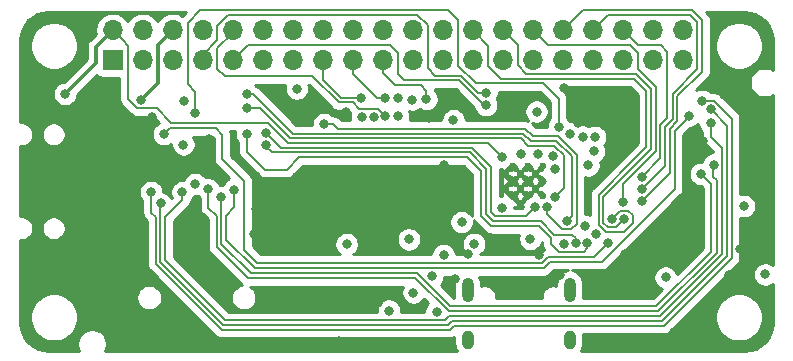
<source format=gbr>
%TF.GenerationSoftware,KiCad,Pcbnew,(5.1.8-0-10_14)*%
%TF.CreationDate,2021-08-13T15:07:17+08:00*%
%TF.ProjectId,microbyte-rp2040,6d696372-6f62-4797-9465-2d7270323034,rev?*%
%TF.SameCoordinates,Original*%
%TF.FileFunction,Copper,L4,Bot*%
%TF.FilePolarity,Positive*%
%FSLAX46Y46*%
G04 Gerber Fmt 4.6, Leading zero omitted, Abs format (unit mm)*
G04 Created by KiCad (PCBNEW (5.1.8-0-10_14)) date 2021-08-13 15:07:17*
%MOMM*%
%LPD*%
G01*
G04 APERTURE LIST*
%TA.AperFunction,ComponentPad*%
%ADD10C,0.600000*%
%TD*%
%TA.AperFunction,ComponentPad*%
%ADD11O,1.700000X1.700000*%
%TD*%
%TA.AperFunction,ComponentPad*%
%ADD12R,1.700000X1.700000*%
%TD*%
%TA.AperFunction,ComponentPad*%
%ADD13O,1.000000X2.100000*%
%TD*%
%TA.AperFunction,ComponentPad*%
%ADD14O,1.000000X1.600000*%
%TD*%
%TA.AperFunction,ViaPad*%
%ADD15C,0.800000*%
%TD*%
%TA.AperFunction,Conductor*%
%ADD16C,0.300000*%
%TD*%
%TA.AperFunction,Conductor*%
%ADD17C,0.200000*%
%TD*%
%TA.AperFunction,Conductor*%
%ADD18C,0.254000*%
%TD*%
%TA.AperFunction,Conductor*%
%ADD19C,0.100000*%
%TD*%
G04 APERTURE END LIST*
D10*
%TO.P,U4,57*%
%TO.N,GND*%
X160955000Y-95115000D03*
X159680000Y-95115000D03*
X158405000Y-95115000D03*
X160955000Y-93840000D03*
X159680000Y-93840000D03*
X158405000Y-93840000D03*
X160955000Y-92565000D03*
X159680000Y-92565000D03*
X158405000Y-92565000D03*
%TD*%
D11*
%TO.P,J4,40*%
%TO.N,I2C1_SCL*%
X172800000Y-81090000D03*
%TO.P,J4,39*%
%TO.N,Net-(J4-Pad39)*%
X172800000Y-83630000D03*
%TO.P,J4,38*%
%TO.N,I2C1_SDA*%
X170260000Y-81090000D03*
%TO.P,J4,37*%
%TO.N,Net-(J4-Pad37)*%
X170260000Y-83630000D03*
%TO.P,J4,36*%
%TO.N,GPIO5*%
X167720000Y-81090000D03*
%TO.P,J4,35*%
%TO.N,Net-(J4-Pad35)*%
X167720000Y-83630000D03*
%TO.P,J4,34*%
%TO.N,SPI0_MISO*%
X165180000Y-81090000D03*
%TO.P,J4,33*%
%TO.N,Net-(J4-Pad33)*%
X165180000Y-83630000D03*
%TO.P,J4,32*%
%TO.N,SPI0_MOSI*%
X162640000Y-81090000D03*
%TO.P,J4,31*%
%TO.N,Net-(J4-Pad31)*%
X162640000Y-83630000D03*
%TO.P,J4,30*%
%TO.N,SPI0_SCK*%
X160100000Y-81090000D03*
%TO.P,J4,29*%
%TO.N,Net-(J4-Pad29)*%
X160100000Y-83630000D03*
%TO.P,J4,28*%
%TO.N,UART0_RX*%
X157560000Y-81090000D03*
%TO.P,J4,27*%
%TO.N,Net-(J4-Pad27)*%
X157560000Y-83630000D03*
%TO.P,J4,26*%
%TO.N,UART0_TX*%
X155020000Y-81090000D03*
%TO.P,J4,25*%
%TO.N,GPIO25*%
X155020000Y-83630000D03*
%TO.P,J4,24*%
%TO.N,GND*%
X152480000Y-81090000D03*
%TO.P,J4,23*%
%TO.N,GPIO24*%
X152480000Y-83630000D03*
%TO.P,J4,22*%
%TO.N,SWDCK*%
X149940000Y-81090000D03*
%TO.P,J4,21*%
%TO.N,GPIO23*%
X149940000Y-83630000D03*
%TO.P,J4,20*%
%TO.N,SWDIO*%
X147400000Y-81090000D03*
%TO.P,J4,19*%
%TO.N,GPIO22*%
X147400000Y-83630000D03*
%TO.P,J4,18*%
%TO.N,Net-(J4-Pad18)*%
X144860000Y-81090000D03*
%TO.P,J4,17*%
%TO.N,GPIO21*%
X144860000Y-83630000D03*
%TO.P,J4,16*%
%TO.N,ADC3*%
X142320000Y-81090000D03*
%TO.P,J4,15*%
%TO.N,GPIO20*%
X142320000Y-83630000D03*
%TO.P,J4,14*%
%TO.N,ADC2*%
X139780000Y-81090000D03*
%TO.P,J4,13*%
%TO.N,GPIO19*%
X139780000Y-83630000D03*
%TO.P,J4,12*%
%TO.N,ADC1*%
X137240000Y-81090000D03*
%TO.P,J4,11*%
%TO.N,GPIO18*%
X137240000Y-83630000D03*
%TO.P,J4,10*%
%TO.N,ADC0*%
X134700000Y-81090000D03*
%TO.P,J4,9*%
%TO.N,GPIO17*%
X134700000Y-83630000D03*
%TO.P,J4,8*%
%TO.N,GND*%
X132160000Y-81090000D03*
%TO.P,J4,7*%
%TO.N,GPIO16*%
X132160000Y-83630000D03*
%TO.P,J4,6*%
%TO.N,+3.3VA*%
X129620000Y-81090000D03*
%TO.P,J4,5*%
%TO.N,+5V*%
X129620000Y-83630000D03*
%TO.P,J4,4*%
%TO.N,+3V3*%
X127080000Y-81090000D03*
%TO.P,J4,3*%
%TO.N,EN*%
X127080000Y-83630000D03*
%TO.P,J4,2*%
%TO.N,RESET*%
X124540000Y-81090000D03*
D12*
%TO.P,J4,1*%
%TO.N,+BATT*%
X124540000Y-83630000D03*
%TD*%
D13*
%TO.P,J3,S1*%
%TO.N,Net-(J3-PadS1)*%
X163250000Y-103090000D03*
X154610000Y-103090000D03*
D14*
X154610000Y-107270000D03*
X163250000Y-107270000D03*
%TD*%
D15*
%TO.N,GND*%
X169620000Y-98870000D03*
X162409447Y-101830442D03*
X154640000Y-100059979D03*
X165510000Y-102120000D03*
X119050000Y-91530000D03*
X119040000Y-88290000D03*
X119040000Y-96230000D03*
X119050000Y-99450000D03*
X163980000Y-88930000D03*
X165449174Y-98340826D03*
X162720000Y-85970000D03*
X166830000Y-92510000D03*
X132720000Y-90300000D03*
X173820000Y-96750000D03*
X160610000Y-100099990D03*
X153540000Y-102120000D03*
X167100000Y-87270000D03*
X174510000Y-90489998D03*
X177660010Y-99600000D03*
X173140000Y-90480000D03*
X158460000Y-87060000D03*
X159520000Y-87060000D03*
X144310000Y-87970000D03*
X152530000Y-96790000D03*
X152610000Y-92530000D03*
X140370000Y-93690000D03*
X137850000Y-97140000D03*
X137860000Y-98300000D03*
X139320000Y-97670000D03*
X139260000Y-95980000D03*
X137790000Y-95480000D03*
X137150000Y-94090000D03*
X136640000Y-96210000D03*
X136530000Y-98360000D03*
X130930000Y-97140000D03*
X132230000Y-98390000D03*
X137250000Y-103980000D03*
X138540000Y-104000000D03*
X142640000Y-104030000D03*
X123910000Y-99050000D03*
X123490000Y-101620000D03*
X125760000Y-100780000D03*
X121690000Y-94950000D03*
X132220000Y-106830000D03*
X122740000Y-100120000D03*
X126730000Y-102210000D03*
X135050000Y-107460000D03*
X137500000Y-107460000D03*
X140110000Y-107470000D03*
X151070000Y-97160000D03*
X151310000Y-88490000D03*
X167890000Y-100060000D03*
X167280000Y-91050000D03*
X168130000Y-89520000D03*
X178280000Y-89430000D03*
X178320000Y-90880000D03*
X178360000Y-92420000D03*
X121710000Y-93480000D03*
X129700000Y-104440000D03*
X130800000Y-105760000D03*
X176700000Y-101810000D03*
X152180000Y-107760000D03*
X146990000Y-104200000D03*
X143680000Y-107360000D03*
X127889704Y-88452413D03*
X122120000Y-87050000D03*
X129120000Y-91470000D03*
%TO.N,+3V3*%
X155140000Y-99170000D03*
X179790000Y-101750000D03*
X131530000Y-94120000D03*
X130560000Y-87100000D03*
X162740000Y-99180000D03*
X144360000Y-99200000D03*
X160435145Y-87974905D03*
X159900000Y-98740000D03*
X164540000Y-97660000D03*
X164820000Y-92520000D03*
X149620000Y-98780000D03*
X154090000Y-97320000D03*
X153390000Y-88690000D03*
X140130000Y-86030000D03*
X130540000Y-90760000D03*
%TO.N,+5V*%
X171350000Y-102010000D03*
X151590000Y-101930000D03*
X177980000Y-95970000D03*
X151970000Y-104910000D03*
%TO.N,+BATT*%
X150000000Y-103300000D03*
%TO.N,+1V1*%
X159080260Y-91540011D03*
X157520000Y-96139989D03*
%TO.N,+3.3VA*%
X152560000Y-100099990D03*
X126920000Y-86959998D03*
%TO.N,SDIO_DAT0*%
X163270000Y-89830000D03*
X128600000Y-95750000D03*
X175190000Y-87790002D03*
%TO.N,SDIO_CLK*%
X161802168Y-91687833D03*
X130450000Y-94780000D03*
X175170000Y-88960000D03*
%TO.N,SDIO_CMD*%
X132650000Y-94550000D03*
X160580006Y-91540021D03*
X175430000Y-92450000D03*
%TO.N,SDIO_DAT3*%
X165290000Y-91330000D03*
X133750000Y-95180000D03*
X174349998Y-93240000D03*
%TO.N,SDIO_DAT2*%
X165400000Y-90120000D03*
X134840000Y-94570000D03*
X173350000Y-88310000D03*
%TO.N,SDIO_DAT1*%
X164323719Y-90084934D03*
X127795025Y-94784975D03*
X174430000Y-87050000D03*
%TO.N,GPIO5*%
X169349949Y-93497609D03*
%TO.N,SPI0_MISO*%
X169355621Y-94497595D03*
%TO.N,SPI0_MOSI*%
X169330000Y-95520000D03*
%TO.N,SPI0_SCK*%
X167750000Y-95590000D03*
%TO.N,UART0_RX*%
X167870000Y-97080000D03*
%TO.N,UART0_TX*%
X166780000Y-97080000D03*
%TO.N,GPIO25*%
X148720000Y-88370000D03*
%TO.N,GPIO24*%
X148740000Y-86850000D03*
%TO.N,GPIO23*%
X149920000Y-86950000D03*
%TO.N,GPIO22*%
X151100000Y-86910000D03*
%TO.N,GPIO21*%
X147640000Y-86820000D03*
%TO.N,GPIO20*%
X145610000Y-86790000D03*
%TO.N,ADC2*%
X145639997Y-88430000D03*
%TO.N,ADC1*%
X146640000Y-88430000D03*
%TO.N,ADC0*%
X147640000Y-88330000D03*
%TO.N,GPIO17*%
X156160000Y-87430000D03*
%TO.N,GPIO16*%
X156190000Y-86360000D03*
%TO.N,EN*%
X147930000Y-104820000D03*
%TO.N,RESET*%
X120520000Y-86460000D03*
X157472133Y-91792488D03*
%TO.N,QSPI_CS*%
X163010000Y-97250000D03*
X135890000Y-86490000D03*
%TO.N,QSPI_D3*%
X160284846Y-96064895D03*
X137520000Y-89780000D03*
%TO.N,QSPI_CLK*%
X161284673Y-96046167D03*
X142440000Y-89030000D03*
%TO.N,QSPI_D0*%
X163738102Y-99118389D03*
X137550000Y-90810000D03*
%TO.N,QSPI_D2*%
X164736841Y-99068147D03*
X135920000Y-89860000D03*
%TO.N,QSPI_D1*%
X161990000Y-95160000D03*
X135889629Y-87679629D03*
%TO.N,LED2_BUILT_IN*%
X162310000Y-89240000D03*
X131520000Y-88120000D03*
%TO.N,LED1_BUILT_IN*%
X162019979Y-92830000D03*
X166490000Y-99120000D03*
X128880000Y-89880000D03*
%TD*%
D16*
%TO.N,+3.3VA*%
X128350000Y-82360000D02*
X128350000Y-85529998D01*
X128350000Y-85529998D02*
X126920000Y-86959998D01*
X129620000Y-81090000D02*
X128350000Y-82360000D01*
D17*
%TO.N,SDIO_DAT0*%
X176550000Y-89150002D02*
X175190000Y-87790002D01*
X176550000Y-100201398D02*
X176550000Y-89150002D01*
X153259989Y-105690011D02*
X171061388Y-105690011D01*
X133925747Y-106040051D02*
X152909949Y-106040051D01*
X152909949Y-106040051D02*
X153259989Y-105690011D01*
X171061388Y-105690011D02*
X176550000Y-100201398D01*
X128580000Y-100694304D02*
X133925747Y-106040051D01*
X128580000Y-95770000D02*
X128580000Y-100694304D01*
X128600000Y-95750000D02*
X128580000Y-95770000D01*
%TO.N,SDIO_CLK*%
X176130000Y-100055699D02*
X176130000Y-91080000D01*
X170895699Y-105290000D02*
X176130000Y-100055699D01*
X175170000Y-90120000D02*
X175170000Y-88960000D01*
X153010000Y-105290000D02*
X170895699Y-105290000D01*
X152659960Y-105640040D02*
X153010000Y-105290000D01*
X134091436Y-105640040D02*
X152659960Y-105640040D01*
X129010000Y-100558604D02*
X134091436Y-105640040D01*
X129010000Y-96900000D02*
X129010000Y-100558604D01*
X176130000Y-91080000D02*
X175170000Y-90120000D01*
X130450000Y-95460000D02*
X129010000Y-96900000D01*
X130450000Y-94780000D02*
X130450000Y-95460000D01*
%TO.N,SDIO_CMD*%
X175390000Y-92490000D02*
X175430000Y-92450000D01*
X175390000Y-93470000D02*
X175390000Y-92490000D01*
X175680000Y-93760000D02*
X175390000Y-93470000D01*
X175680000Y-99939999D02*
X175680000Y-93760000D01*
X170730010Y-104889989D02*
X175680000Y-99939999D01*
X152994291Y-104889989D02*
X170730010Y-104889989D01*
X150164280Y-102059978D02*
X152994291Y-104889989D01*
X133349990Y-96790000D02*
X133349990Y-99449990D01*
X133349990Y-99449990D02*
X135959978Y-102059978D01*
X132650000Y-94550000D02*
X132650000Y-96090010D01*
X135959978Y-102059978D02*
X150164280Y-102059978D01*
X132650000Y-96090010D02*
X133349990Y-96790000D01*
%TO.N,SDIO_DAT3*%
X175220000Y-94110002D02*
X174349998Y-93240000D01*
X175220000Y-99834300D02*
X175220000Y-94110002D01*
X150329967Y-101659967D02*
X153140000Y-104470000D01*
X170584300Y-104470000D02*
X175220000Y-99834300D01*
X133750000Y-95180000D02*
X133750000Y-99150000D01*
X136259967Y-101659967D02*
X150329967Y-101659967D01*
X153140000Y-104470000D02*
X170584300Y-104470000D01*
X133750000Y-99150000D02*
X136259967Y-101659967D01*
%TO.N,SDIO_DAT2*%
X134840000Y-96080010D02*
X134840000Y-94570000D01*
X136559999Y-101229999D02*
X134150000Y-98820000D01*
X161055699Y-101229999D02*
X136559999Y-101229999D01*
X161605678Y-100680020D02*
X161055699Y-101229999D01*
X165965982Y-100680020D02*
X161605678Y-100680020D01*
X172119997Y-94526005D02*
X165965982Y-100680020D01*
X173350000Y-88410000D02*
X172119997Y-89640003D01*
X172119997Y-89640003D02*
X172119997Y-94526005D01*
X134150000Y-96770010D02*
X134840000Y-96080010D01*
X134150000Y-98820000D02*
X134150000Y-96770010D01*
X173350000Y-88310000D02*
X173350000Y-88410000D01*
%TO.N,SDIO_DAT1*%
X176960000Y-88554315D02*
X175455685Y-87050000D01*
X153439978Y-106090022D02*
X171227077Y-106090022D01*
X153089938Y-106440062D02*
X153439978Y-106090022D01*
X175455685Y-87050000D02*
X174430000Y-87050000D01*
X133760058Y-106440062D02*
X153089938Y-106440062D01*
X128179990Y-100859994D02*
X133760058Y-106440062D01*
X128179990Y-96909990D02*
X128179990Y-100859994D01*
X127795025Y-96525025D02*
X128179990Y-96909990D01*
X176960000Y-100357097D02*
X176960000Y-88554315D01*
X171227077Y-106090022D02*
X176960000Y-100357097D01*
X127795025Y-94784975D02*
X127795025Y-96525025D01*
%TO.N,GPIO5*%
X170919965Y-89086932D02*
X171490000Y-88516897D01*
X170942000Y-82370000D02*
X169000000Y-82370000D01*
X169000000Y-82370000D02*
X167720000Y-81090000D01*
X171490000Y-88516897D02*
X171490000Y-82918000D01*
X171490000Y-82918000D02*
X170942000Y-82370000D01*
X169349949Y-93497609D02*
X170919965Y-91927593D01*
X170919965Y-91927593D02*
X170919965Y-89086932D01*
%TO.N,SPI0_MISO*%
X166520000Y-79750000D02*
X165180000Y-81090000D01*
X169355621Y-94497595D02*
X171319976Y-92533240D01*
X171949999Y-86470001D02*
X174039989Y-84380011D01*
X174039989Y-80399989D02*
X173390000Y-79750000D01*
X171949999Y-88622598D02*
X171949999Y-86470001D01*
X174039989Y-84380011D02*
X174039989Y-80399989D01*
X173390000Y-79750000D02*
X166520000Y-79750000D01*
X171319976Y-89252621D02*
X171949999Y-88622598D01*
X171319976Y-92533240D02*
X171319976Y-89252621D01*
%TO.N,SPI0_MOSI*%
X172350010Y-88788287D02*
X171719987Y-89418310D01*
X174440000Y-80220000D02*
X174440000Y-84580000D01*
X172350010Y-86669990D02*
X172350010Y-88788287D01*
X171719987Y-93130013D02*
X169330000Y-95520000D01*
X174440000Y-84580000D02*
X172350010Y-86669990D01*
X173569989Y-79349989D02*
X174440000Y-80220000D01*
X162640000Y-81090000D02*
X164380011Y-79349989D01*
X171719987Y-89418310D02*
X171719987Y-93130013D01*
X164380011Y-79349989D02*
X173569989Y-79349989D01*
%TO.N,SPI0_SCK*%
X169020000Y-84380000D02*
X169020000Y-83040000D01*
X169020000Y-83040000D02*
X168330000Y-82350000D01*
X167750000Y-95590000D02*
X167750000Y-94061557D01*
X168330000Y-82350000D02*
X161360000Y-82350000D01*
X170519954Y-85879954D02*
X169020000Y-84380000D01*
X170519954Y-91291603D02*
X170519954Y-85879954D01*
X167750000Y-94061557D02*
X170519954Y-91291603D01*
X161360000Y-82350000D02*
X160100000Y-81090000D01*
%TO.N,UART0_RX*%
X168864300Y-84790000D02*
X159557998Y-84790000D01*
X170119943Y-86045643D02*
X168864300Y-84790000D01*
X166079999Y-97416001D02*
X166079999Y-95165859D01*
X159557998Y-84790000D02*
X158830000Y-84062002D01*
X167169999Y-97780001D02*
X166443999Y-97780001D01*
X166079999Y-95165859D02*
X170119943Y-91125915D01*
X167870000Y-97080000D02*
X167169999Y-97780001D01*
X158830000Y-84062002D02*
X158830000Y-82360000D01*
X158830000Y-82360000D02*
X157560000Y-81090000D01*
X166443999Y-97780001D02*
X166079999Y-97416001D01*
X170119943Y-91125915D02*
X170119943Y-86045643D01*
%TO.N,UART0_TX*%
X169719933Y-90960227D02*
X169719933Y-86219933D01*
X157418008Y-85190010D02*
X156320000Y-84092002D01*
X169719933Y-86219933D02*
X168690010Y-85190010D01*
X165679989Y-94990011D02*
X168698611Y-91971389D01*
X168698611Y-91971389D02*
X168708771Y-91971389D01*
X165679988Y-97581690D02*
X165679989Y-94990011D01*
X156320000Y-84092002D02*
X156320000Y-82390000D01*
X167805991Y-98180011D02*
X166278310Y-98180012D01*
X168708771Y-91971389D02*
X169719933Y-90960227D01*
X167480001Y-96379999D02*
X168206001Y-96379999D01*
X168570001Y-97416001D02*
X167805991Y-98180011D01*
X156320000Y-82390000D02*
X155020000Y-81090000D01*
X166278310Y-98180012D02*
X165679988Y-97581690D01*
X168690010Y-85190010D02*
X157418008Y-85190010D01*
X168570001Y-96743999D02*
X168570001Y-97416001D01*
X168206001Y-96379999D02*
X168570001Y-96743999D01*
X166780000Y-97080000D02*
X167480001Y-96379999D01*
%TO.N,GPIO22*%
X147400000Y-84710000D02*
X147400000Y-83630000D01*
X148430000Y-85740000D02*
X147400000Y-84710000D01*
X150650000Y-85740000D02*
X148430000Y-85740000D01*
X151100000Y-86190000D02*
X150650000Y-85740000D01*
X151100000Y-86910000D02*
X151100000Y-86190000D01*
%TO.N,GPIO21*%
X144860000Y-84770000D02*
X144860000Y-83630000D01*
X146910000Y-86820000D02*
X144860000Y-84770000D01*
X147640000Y-86820000D02*
X146910000Y-86820000D01*
%TO.N,GPIO20*%
X142320000Y-85270000D02*
X143840000Y-86790000D01*
X143840000Y-86790000D02*
X145610000Y-86790000D01*
X142320000Y-83630000D02*
X142320000Y-85270000D01*
%TO.N,ADC0*%
X133410000Y-82610000D02*
X134700000Y-81320000D01*
X134030000Y-84960000D02*
X133410000Y-84340000D01*
X141444302Y-84960000D02*
X134030000Y-84960000D01*
X143674312Y-87190010D02*
X141444302Y-84960000D01*
X144860010Y-87190010D02*
X143674312Y-87190010D01*
X133410000Y-84340000D02*
X133410000Y-82610000D01*
X147040000Y-87730000D02*
X145400000Y-87730000D01*
X134700000Y-81320000D02*
X134700000Y-81090000D01*
X145400000Y-87730000D02*
X144860010Y-87190010D01*
X147640000Y-88330000D02*
X147040000Y-87730000D01*
%TO.N,GPIO17*%
X148030000Y-82340000D02*
X135990000Y-82340000D01*
X155986602Y-87430000D02*
X153886602Y-85330000D01*
X148690000Y-83000000D02*
X148030000Y-82340000D01*
X148690000Y-84790000D02*
X148690000Y-83000000D01*
X156160000Y-87430000D02*
X155986602Y-87430000D01*
X135990000Y-82340000D02*
X134700000Y-83630000D01*
X153886602Y-85330000D02*
X149230000Y-85330000D01*
X149230000Y-85330000D02*
X148690000Y-84790000D01*
%TO.N,GPIO16*%
X132160000Y-83180000D02*
X132160000Y-83630000D01*
X150312002Y-79760000D02*
X134327998Y-79760000D01*
X133400000Y-80687998D02*
X133400000Y-81940000D01*
X151220000Y-80667998D02*
X150312002Y-79760000D01*
X151220000Y-84310000D02*
X151220000Y-80667998D01*
X151839989Y-84929989D02*
X151220000Y-84310000D01*
X134327998Y-79760000D02*
X133400000Y-80687998D01*
X154052291Y-84929989D02*
X151839989Y-84929989D01*
X155482302Y-86360000D02*
X154052291Y-84929989D01*
X133400000Y-81940000D02*
X132160000Y-83180000D01*
X156190000Y-86360000D02*
X155482302Y-86360000D01*
D16*
%TO.N,RESET*%
X121440000Y-85540000D02*
X120520000Y-86460000D01*
X123130000Y-83850000D02*
X121440000Y-85540000D01*
X123130000Y-82500000D02*
X123130000Y-83850000D01*
X124540000Y-81090000D02*
X123130000Y-82500000D01*
D17*
X125389999Y-81939999D02*
X124540000Y-81090000D01*
X129516002Y-88910000D02*
X128266001Y-87659999D01*
X157472133Y-91792488D02*
X156309612Y-90629967D01*
X139405971Y-90629967D02*
X137686004Y-88910000D01*
X137686004Y-88910000D02*
X129516002Y-88910000D01*
X128266001Y-87659999D02*
X126583999Y-87659999D01*
X126583999Y-87659999D02*
X125840000Y-86916000D01*
X125840000Y-86916000D02*
X125840000Y-82390000D01*
X125840000Y-82390000D02*
X125389999Y-81939999D01*
X156309612Y-90629967D02*
X139405971Y-90629967D01*
%TO.N,QSPI_CS*%
X163010000Y-97250000D02*
X163409999Y-96850001D01*
X159324245Y-89829945D02*
X139795630Y-89829945D01*
X139795630Y-89829945D02*
X136455685Y-86490000D01*
X162110000Y-90440000D02*
X159934300Y-90440000D01*
X136455685Y-86490000D02*
X135890000Y-86490000D01*
X159934300Y-90440000D02*
X159324245Y-89829945D01*
X163409999Y-96850001D02*
X163409999Y-91739999D01*
X163409999Y-91739999D02*
X162110000Y-90440000D01*
%TO.N,QSPI_D3*%
X160284846Y-96064895D02*
X159509742Y-96839999D01*
X156930001Y-96839999D02*
X156580000Y-96489998D01*
X156580000Y-96489998D02*
X156580000Y-92670000D01*
X138769978Y-91029978D02*
X137520000Y-89780000D01*
X156580000Y-92670000D02*
X154939978Y-91029978D01*
X154939978Y-91029978D02*
X138769978Y-91029978D01*
X159509742Y-96839999D02*
X156930001Y-96839999D01*
%TO.N,QSPI_CLK*%
X163346001Y-97950001D02*
X162622822Y-97950001D01*
X163839999Y-97456003D02*
X163346001Y-97950001D01*
X163839999Y-91604299D02*
X163839999Y-97456003D01*
X162275689Y-90039989D02*
X163839999Y-91604299D01*
X160099989Y-90039989D02*
X162275689Y-90039989D01*
X162622822Y-97950001D02*
X161284673Y-96611852D01*
X159489934Y-89429935D02*
X160099989Y-90039989D01*
X143639935Y-89429935D02*
X159489934Y-89429935D01*
X143240000Y-89030000D02*
X143639935Y-89429935D01*
X161284673Y-96611852D02*
X161284673Y-96046167D01*
X142440000Y-89030000D02*
X143240000Y-89030000D01*
%TO.N,QSPI_D0*%
X154769989Y-91429989D02*
X137999989Y-91429989D01*
X156160000Y-96635698D02*
X156160000Y-92820000D01*
X137550000Y-90980000D02*
X137550000Y-90810000D01*
X160780012Y-97240010D02*
X156764312Y-97240010D01*
X137999989Y-91429989D02*
X137550000Y-90980000D01*
X163420000Y-98390000D02*
X161930002Y-98390000D01*
X156764312Y-97240010D02*
X156160000Y-96635698D01*
X163738102Y-98708102D02*
X163420000Y-98390000D01*
X161930002Y-98390000D02*
X160780012Y-97240010D01*
X156160000Y-92820000D02*
X154769989Y-91429989D01*
X163738102Y-99118389D02*
X163738102Y-98708102D01*
%TO.N,QSPI_D2*%
X154556002Y-91830000D02*
X140330000Y-91830000D01*
X155740000Y-93013998D02*
X154556002Y-91830000D01*
X164736841Y-99553159D02*
X164410000Y-99880000D01*
X164410000Y-99880000D02*
X162340000Y-99880000D01*
X164736841Y-99068147D02*
X164736841Y-99553159D01*
X155740000Y-94610000D02*
X155740000Y-93013998D01*
X162340000Y-99880000D02*
X161630000Y-99170000D01*
X160614323Y-97640021D02*
X156598623Y-97640021D01*
X161630000Y-99170000D02*
X161630000Y-98655698D01*
X135920000Y-91360000D02*
X135920000Y-89860000D01*
X161630000Y-98655698D02*
X160614323Y-97640021D01*
X140330000Y-91830000D02*
X139279999Y-92880001D01*
X156598623Y-97640021D02*
X155740000Y-96781398D01*
X155740000Y-96781398D02*
X155740000Y-94610000D01*
X155740000Y-94610000D02*
X155740000Y-94430000D01*
X139279999Y-92880001D02*
X137440001Y-92880001D01*
X137440001Y-92880001D02*
X135920000Y-91360000D01*
%TO.N,QSPI_D1*%
X159741408Y-90840011D02*
X159131353Y-90229956D01*
X161990000Y-95160000D02*
X162719989Y-94430011D01*
X159131353Y-90229956D02*
X139571660Y-90229956D01*
X162719989Y-94430011D02*
X162719989Y-91615689D01*
X162719989Y-91615689D02*
X161944311Y-90840011D01*
X161944311Y-90840011D02*
X159741408Y-90840011D01*
X139571660Y-90229956D02*
X137021333Y-87679629D01*
X137021333Y-87679629D02*
X135889629Y-87679629D01*
%TO.N,LED2_BUILT_IN*%
X130880000Y-80428000D02*
X130880000Y-85669998D01*
X131948000Y-79360000D02*
X130880000Y-80428000D01*
X152940000Y-79360000D02*
X131948000Y-79360000D01*
X153760000Y-84072002D02*
X153760000Y-80180000D01*
X131520000Y-86309998D02*
X131520000Y-87550000D01*
X130880000Y-85669998D02*
X131520000Y-86309998D01*
X155278018Y-85590020D02*
X153760000Y-84072002D01*
X162310000Y-86880020D02*
X161020000Y-85590020D01*
X153760000Y-80180000D02*
X152940000Y-79360000D01*
X161020000Y-85590020D02*
X155278018Y-85590020D01*
X162310000Y-89240000D02*
X162310000Y-86880020D01*
X131520000Y-87550000D02*
X131520000Y-88120000D01*
%TO.N,LED1_BUILT_IN*%
X161439990Y-100280010D02*
X165329990Y-100280010D01*
X160920000Y-100800000D02*
X161439990Y-100280010D01*
X136800000Y-100800000D02*
X160920000Y-100800000D01*
X135670000Y-99670000D02*
X136800000Y-100800000D01*
X165329990Y-100280010D02*
X166490000Y-99120000D01*
X135670000Y-93840000D02*
X135670000Y-99670000D01*
X133830000Y-92000000D02*
X135670000Y-93840000D01*
X133260000Y-89350000D02*
X133830000Y-89920000D01*
X133830000Y-89920000D02*
X133830000Y-92000000D01*
X133260000Y-89350000D02*
X129550000Y-89350000D01*
X129410000Y-89350000D02*
X128880000Y-89880000D01*
X129550000Y-89350000D02*
X129410000Y-89350000D01*
%TD*%
D18*
%TO.N,GND*%
X178523893Y-79597670D02*
X178960498Y-79729489D01*
X179363185Y-79943600D01*
X179716612Y-80231848D01*
X180007327Y-80583261D01*
X180224242Y-80984439D01*
X180359106Y-81420113D01*
X180410000Y-81904344D01*
X180410000Y-84446694D01*
X180327731Y-84391724D01*
X180098081Y-84296600D01*
X179854286Y-84248106D01*
X179605714Y-84248106D01*
X179361919Y-84296600D01*
X179132269Y-84391724D01*
X178925589Y-84529823D01*
X178749823Y-84705589D01*
X178611724Y-84912269D01*
X178516600Y-85141919D01*
X178468106Y-85385714D01*
X178468106Y-85634286D01*
X178516600Y-85878081D01*
X178611724Y-86107731D01*
X178749823Y-86314411D01*
X178925589Y-86490177D01*
X179132269Y-86628276D01*
X179361919Y-86723400D01*
X179605714Y-86771894D01*
X179854286Y-86771894D01*
X180098081Y-86723400D01*
X180327731Y-86628276D01*
X180410000Y-86573306D01*
X180410001Y-100919487D01*
X180280256Y-100832795D01*
X180091898Y-100754774D01*
X179891939Y-100715000D01*
X179688061Y-100715000D01*
X179488102Y-100754774D01*
X179299744Y-100832795D01*
X179130226Y-100946063D01*
X178986063Y-101090226D01*
X178872795Y-101259744D01*
X178794774Y-101448102D01*
X178755000Y-101648061D01*
X178755000Y-101851939D01*
X178794774Y-102051898D01*
X178872795Y-102240256D01*
X178986063Y-102409774D01*
X179130226Y-102553937D01*
X179299744Y-102667205D01*
X179488102Y-102745226D01*
X179688061Y-102785000D01*
X179891939Y-102785000D01*
X180091898Y-102745226D01*
X180280256Y-102667205D01*
X180410001Y-102580512D01*
X180410001Y-105857711D01*
X180362330Y-106343894D01*
X180230512Y-106780497D01*
X180016399Y-107183186D01*
X179728150Y-107536613D01*
X179376739Y-107827327D01*
X178975564Y-108044240D01*
X178539886Y-108179106D01*
X178055664Y-108230000D01*
X164176637Y-108230000D01*
X164198284Y-108203623D01*
X164303676Y-108006446D01*
X164368577Y-107792498D01*
X164385000Y-107625751D01*
X164385000Y-106914248D01*
X164376212Y-106825022D01*
X171190972Y-106825022D01*
X171227077Y-106828578D01*
X171263182Y-106825022D01*
X171371162Y-106814387D01*
X171509710Y-106772359D01*
X171637397Y-106704109D01*
X171749315Y-106612260D01*
X171772336Y-106584209D01*
X173167511Y-105189033D01*
X175529545Y-105189033D01*
X175529545Y-105590967D01*
X175607958Y-105985179D01*
X175761772Y-106356518D01*
X175985075Y-106690714D01*
X176269286Y-106974925D01*
X176603482Y-107198228D01*
X176974821Y-107352042D01*
X177369033Y-107430455D01*
X177770967Y-107430455D01*
X178165179Y-107352042D01*
X178536518Y-107198228D01*
X178870714Y-106974925D01*
X179154925Y-106690714D01*
X179378228Y-106356518D01*
X179532042Y-105985179D01*
X179610455Y-105590967D01*
X179610455Y-105189033D01*
X179532042Y-104794821D01*
X179378228Y-104423482D01*
X179154925Y-104089286D01*
X178870714Y-103805075D01*
X178536518Y-103581772D01*
X178165179Y-103427958D01*
X177770967Y-103349545D01*
X177369033Y-103349545D01*
X176974821Y-103427958D01*
X176603482Y-103581772D01*
X176269286Y-103805075D01*
X175985075Y-104089286D01*
X175761772Y-104423482D01*
X175607958Y-104794821D01*
X175529545Y-105189033D01*
X173167511Y-105189033D01*
X177454198Y-100902346D01*
X177482237Y-100879335D01*
X177505250Y-100851294D01*
X177505253Y-100851291D01*
X177574087Y-100767417D01*
X177597489Y-100723635D01*
X177642337Y-100639730D01*
X177684365Y-100501182D01*
X177695000Y-100393202D01*
X177695000Y-100393201D01*
X177698556Y-100357097D01*
X177695000Y-100320992D01*
X177695000Y-96968587D01*
X177878061Y-97005000D01*
X178081939Y-97005000D01*
X178281898Y-96965226D01*
X178470256Y-96887205D01*
X178639774Y-96773937D01*
X178783937Y-96629774D01*
X178897205Y-96460256D01*
X178975226Y-96271898D01*
X179015000Y-96071939D01*
X179015000Y-95868061D01*
X178975226Y-95668102D01*
X178897205Y-95479744D01*
X178783937Y-95310226D01*
X178639774Y-95166063D01*
X178470256Y-95052795D01*
X178281898Y-94974774D01*
X178081939Y-94935000D01*
X177878061Y-94935000D01*
X177695000Y-94971413D01*
X177695000Y-88590420D01*
X177698556Y-88554315D01*
X177684365Y-88410230D01*
X177642337Y-88271681D01*
X177574087Y-88143995D01*
X177548105Y-88112336D01*
X177482238Y-88032077D01*
X177454193Y-88009061D01*
X176000943Y-86555812D01*
X175977923Y-86527762D01*
X175866005Y-86435913D01*
X175738318Y-86367663D01*
X175599770Y-86325635D01*
X175491790Y-86315000D01*
X175455685Y-86311444D01*
X175419580Y-86315000D01*
X175158711Y-86315000D01*
X175089774Y-86246063D01*
X174920256Y-86132795D01*
X174731898Y-86054774D01*
X174531939Y-86015000D01*
X174328061Y-86015000D01*
X174128102Y-86054774D01*
X173939744Y-86132795D01*
X173900288Y-86159159D01*
X174934193Y-85125254D01*
X174962238Y-85102238D01*
X175054087Y-84990320D01*
X175122337Y-84862633D01*
X175164365Y-84724085D01*
X175175000Y-84616105D01*
X175175000Y-84616096D01*
X175178555Y-84580001D01*
X175175000Y-84543906D01*
X175175000Y-82189033D01*
X175529545Y-82189033D01*
X175529545Y-82590967D01*
X175607958Y-82985179D01*
X175761772Y-83356518D01*
X175985075Y-83690714D01*
X176269286Y-83974925D01*
X176603482Y-84198228D01*
X176974821Y-84352042D01*
X177369033Y-84430455D01*
X177770967Y-84430455D01*
X178165179Y-84352042D01*
X178536518Y-84198228D01*
X178870714Y-83974925D01*
X179154925Y-83690714D01*
X179378228Y-83356518D01*
X179532042Y-82985179D01*
X179610455Y-82590967D01*
X179610455Y-82189033D01*
X179532042Y-81794821D01*
X179378228Y-81423482D01*
X179154925Y-81089286D01*
X178870714Y-80805075D01*
X178536518Y-80581772D01*
X178165179Y-80427958D01*
X177770967Y-80349545D01*
X177369033Y-80349545D01*
X176974821Y-80427958D01*
X176603482Y-80581772D01*
X176269286Y-80805075D01*
X175985075Y-81089286D01*
X175761772Y-81423482D01*
X175607958Y-81794821D01*
X175529545Y-82189033D01*
X175175000Y-82189033D01*
X175175000Y-80256094D01*
X175178555Y-80219999D01*
X175175000Y-80183904D01*
X175175000Y-80183895D01*
X175164365Y-80075915D01*
X175122337Y-79937367D01*
X175054087Y-79809680D01*
X175021395Y-79769845D01*
X174985253Y-79725806D01*
X174985250Y-79725803D01*
X174962237Y-79697762D01*
X174934197Y-79674750D01*
X174809447Y-79550000D01*
X178037721Y-79550000D01*
X178523893Y-79597670D01*
%TA.AperFunction,Conductor*%
D19*
G36*
X178523893Y-79597670D02*
G01*
X178960498Y-79729489D01*
X179363185Y-79943600D01*
X179716612Y-80231848D01*
X180007327Y-80583261D01*
X180224242Y-80984439D01*
X180359106Y-81420113D01*
X180410000Y-81904344D01*
X180410000Y-84446694D01*
X180327731Y-84391724D01*
X180098081Y-84296600D01*
X179854286Y-84248106D01*
X179605714Y-84248106D01*
X179361919Y-84296600D01*
X179132269Y-84391724D01*
X178925589Y-84529823D01*
X178749823Y-84705589D01*
X178611724Y-84912269D01*
X178516600Y-85141919D01*
X178468106Y-85385714D01*
X178468106Y-85634286D01*
X178516600Y-85878081D01*
X178611724Y-86107731D01*
X178749823Y-86314411D01*
X178925589Y-86490177D01*
X179132269Y-86628276D01*
X179361919Y-86723400D01*
X179605714Y-86771894D01*
X179854286Y-86771894D01*
X180098081Y-86723400D01*
X180327731Y-86628276D01*
X180410000Y-86573306D01*
X180410001Y-100919487D01*
X180280256Y-100832795D01*
X180091898Y-100754774D01*
X179891939Y-100715000D01*
X179688061Y-100715000D01*
X179488102Y-100754774D01*
X179299744Y-100832795D01*
X179130226Y-100946063D01*
X178986063Y-101090226D01*
X178872795Y-101259744D01*
X178794774Y-101448102D01*
X178755000Y-101648061D01*
X178755000Y-101851939D01*
X178794774Y-102051898D01*
X178872795Y-102240256D01*
X178986063Y-102409774D01*
X179130226Y-102553937D01*
X179299744Y-102667205D01*
X179488102Y-102745226D01*
X179688061Y-102785000D01*
X179891939Y-102785000D01*
X180091898Y-102745226D01*
X180280256Y-102667205D01*
X180410001Y-102580512D01*
X180410001Y-105857711D01*
X180362330Y-106343894D01*
X180230512Y-106780497D01*
X180016399Y-107183186D01*
X179728150Y-107536613D01*
X179376739Y-107827327D01*
X178975564Y-108044240D01*
X178539886Y-108179106D01*
X178055664Y-108230000D01*
X164176637Y-108230000D01*
X164198284Y-108203623D01*
X164303676Y-108006446D01*
X164368577Y-107792498D01*
X164385000Y-107625751D01*
X164385000Y-106914248D01*
X164376212Y-106825022D01*
X171190972Y-106825022D01*
X171227077Y-106828578D01*
X171263182Y-106825022D01*
X171371162Y-106814387D01*
X171509710Y-106772359D01*
X171637397Y-106704109D01*
X171749315Y-106612260D01*
X171772336Y-106584209D01*
X173167511Y-105189033D01*
X175529545Y-105189033D01*
X175529545Y-105590967D01*
X175607958Y-105985179D01*
X175761772Y-106356518D01*
X175985075Y-106690714D01*
X176269286Y-106974925D01*
X176603482Y-107198228D01*
X176974821Y-107352042D01*
X177369033Y-107430455D01*
X177770967Y-107430455D01*
X178165179Y-107352042D01*
X178536518Y-107198228D01*
X178870714Y-106974925D01*
X179154925Y-106690714D01*
X179378228Y-106356518D01*
X179532042Y-105985179D01*
X179610455Y-105590967D01*
X179610455Y-105189033D01*
X179532042Y-104794821D01*
X179378228Y-104423482D01*
X179154925Y-104089286D01*
X178870714Y-103805075D01*
X178536518Y-103581772D01*
X178165179Y-103427958D01*
X177770967Y-103349545D01*
X177369033Y-103349545D01*
X176974821Y-103427958D01*
X176603482Y-103581772D01*
X176269286Y-103805075D01*
X175985075Y-104089286D01*
X175761772Y-104423482D01*
X175607958Y-104794821D01*
X175529545Y-105189033D01*
X173167511Y-105189033D01*
X177454198Y-100902346D01*
X177482237Y-100879335D01*
X177505250Y-100851294D01*
X177505253Y-100851291D01*
X177574087Y-100767417D01*
X177597489Y-100723635D01*
X177642337Y-100639730D01*
X177684365Y-100501182D01*
X177695000Y-100393202D01*
X177695000Y-100393201D01*
X177698556Y-100357097D01*
X177695000Y-100320992D01*
X177695000Y-96968587D01*
X177878061Y-97005000D01*
X178081939Y-97005000D01*
X178281898Y-96965226D01*
X178470256Y-96887205D01*
X178639774Y-96773937D01*
X178783937Y-96629774D01*
X178897205Y-96460256D01*
X178975226Y-96271898D01*
X179015000Y-96071939D01*
X179015000Y-95868061D01*
X178975226Y-95668102D01*
X178897205Y-95479744D01*
X178783937Y-95310226D01*
X178639774Y-95166063D01*
X178470256Y-95052795D01*
X178281898Y-94974774D01*
X178081939Y-94935000D01*
X177878061Y-94935000D01*
X177695000Y-94971413D01*
X177695000Y-88590420D01*
X177698556Y-88554315D01*
X177684365Y-88410230D01*
X177642337Y-88271681D01*
X177574087Y-88143995D01*
X177548105Y-88112336D01*
X177482238Y-88032077D01*
X177454193Y-88009061D01*
X176000943Y-86555812D01*
X175977923Y-86527762D01*
X175866005Y-86435913D01*
X175738318Y-86367663D01*
X175599770Y-86325635D01*
X175491790Y-86315000D01*
X175455685Y-86311444D01*
X175419580Y-86315000D01*
X175158711Y-86315000D01*
X175089774Y-86246063D01*
X174920256Y-86132795D01*
X174731898Y-86054774D01*
X174531939Y-86015000D01*
X174328061Y-86015000D01*
X174128102Y-86054774D01*
X173939744Y-86132795D01*
X173900288Y-86159159D01*
X174934193Y-85125254D01*
X174962238Y-85102238D01*
X175054087Y-84990320D01*
X175122337Y-84862633D01*
X175164365Y-84724085D01*
X175175000Y-84616105D01*
X175175000Y-84616096D01*
X175178555Y-84580001D01*
X175175000Y-84543906D01*
X175175000Y-82189033D01*
X175529545Y-82189033D01*
X175529545Y-82590967D01*
X175607958Y-82985179D01*
X175761772Y-83356518D01*
X175985075Y-83690714D01*
X176269286Y-83974925D01*
X176603482Y-84198228D01*
X176974821Y-84352042D01*
X177369033Y-84430455D01*
X177770967Y-84430455D01*
X178165179Y-84352042D01*
X178536518Y-84198228D01*
X178870714Y-83974925D01*
X179154925Y-83690714D01*
X179378228Y-83356518D01*
X179532042Y-82985179D01*
X179610455Y-82590967D01*
X179610455Y-82189033D01*
X179532042Y-81794821D01*
X179378228Y-81423482D01*
X179154925Y-81089286D01*
X178870714Y-80805075D01*
X178536518Y-80581772D01*
X178165179Y-80427958D01*
X177770967Y-80349545D01*
X177369033Y-80349545D01*
X176974821Y-80427958D01*
X176603482Y-80581772D01*
X176269286Y-80805075D01*
X175985075Y-81089286D01*
X175761772Y-81423482D01*
X175607958Y-81794821D01*
X175529545Y-82189033D01*
X175175000Y-82189033D01*
X175175000Y-80256094D01*
X175178555Y-80219999D01*
X175175000Y-80183904D01*
X175175000Y-80183895D01*
X175164365Y-80075915D01*
X175122337Y-79937367D01*
X175054087Y-79809680D01*
X175021395Y-79769845D01*
X174985253Y-79725806D01*
X174985250Y-79725803D01*
X174962237Y-79697762D01*
X174934197Y-79674750D01*
X174809447Y-79550000D01*
X178037721Y-79550000D01*
X178523893Y-79597670D01*
G37*
%TD.AperFunction*%
D18*
X130425998Y-79842556D02*
X130323411Y-79774010D01*
X130053158Y-79662068D01*
X129766260Y-79605000D01*
X129473740Y-79605000D01*
X129186842Y-79662068D01*
X128916589Y-79774010D01*
X128673368Y-79936525D01*
X128466525Y-80143368D01*
X128350000Y-80317760D01*
X128233475Y-80143368D01*
X128026632Y-79936525D01*
X127783411Y-79774010D01*
X127513158Y-79662068D01*
X127226260Y-79605000D01*
X126933740Y-79605000D01*
X126646842Y-79662068D01*
X126376589Y-79774010D01*
X126133368Y-79936525D01*
X125926525Y-80143368D01*
X125810000Y-80317760D01*
X125693475Y-80143368D01*
X125486632Y-79936525D01*
X125243411Y-79774010D01*
X124973158Y-79662068D01*
X124686260Y-79605000D01*
X124393740Y-79605000D01*
X124106842Y-79662068D01*
X123836589Y-79774010D01*
X123593368Y-79936525D01*
X123386525Y-80143368D01*
X123224010Y-80386589D01*
X123112068Y-80656842D01*
X123055000Y-80943740D01*
X123055000Y-81236260D01*
X123092925Y-81426918D01*
X122602190Y-81917653D01*
X122572236Y-81942236D01*
X122474138Y-82061768D01*
X122401246Y-82198141D01*
X122356359Y-82346114D01*
X122345000Y-82461440D01*
X122345000Y-82461447D01*
X122341203Y-82500000D01*
X122345000Y-82538553D01*
X122345001Y-83524841D01*
X120912192Y-84957651D01*
X120912187Y-84957655D01*
X120444842Y-85425000D01*
X120418061Y-85425000D01*
X120218102Y-85464774D01*
X120029744Y-85542795D01*
X119860226Y-85656063D01*
X119716063Y-85800226D01*
X119602795Y-85969744D01*
X119524774Y-86158102D01*
X119485000Y-86358061D01*
X119485000Y-86561939D01*
X119524774Y-86761898D01*
X119602795Y-86950256D01*
X119716063Y-87119774D01*
X119860226Y-87263937D01*
X120029744Y-87377205D01*
X120218102Y-87455226D01*
X120418061Y-87495000D01*
X120621939Y-87495000D01*
X120821898Y-87455226D01*
X121010256Y-87377205D01*
X121179774Y-87263937D01*
X121323937Y-87119774D01*
X121437205Y-86950256D01*
X121515226Y-86761898D01*
X121555000Y-86561939D01*
X121555000Y-86535158D01*
X122022345Y-86067813D01*
X122022349Y-86067808D01*
X123202826Y-84887332D01*
X123238815Y-84931185D01*
X123335506Y-85010537D01*
X123445820Y-85069502D01*
X123565518Y-85105812D01*
X123690000Y-85118072D01*
X125105000Y-85118072D01*
X125105000Y-86879895D01*
X125101444Y-86916000D01*
X125115635Y-87060085D01*
X125123193Y-87085000D01*
X125157663Y-87198632D01*
X125225913Y-87326319D01*
X125317762Y-87438237D01*
X125345808Y-87461254D01*
X126038745Y-88154192D01*
X126061761Y-88182237D01*
X126173679Y-88274086D01*
X126301366Y-88342336D01*
X126439914Y-88384364D01*
X126547894Y-88394999D01*
X126547903Y-88394999D01*
X126583998Y-88398554D01*
X126620093Y-88394999D01*
X127961555Y-88394999D01*
X128488460Y-88921905D01*
X128389744Y-88962795D01*
X128220226Y-89076063D01*
X128076063Y-89220226D01*
X127962795Y-89389744D01*
X127884774Y-89578102D01*
X127845000Y-89778061D01*
X127845000Y-89981939D01*
X127884774Y-90181898D01*
X127962795Y-90370256D01*
X128076063Y-90539774D01*
X128220226Y-90683937D01*
X128389744Y-90797205D01*
X128578102Y-90875226D01*
X128778061Y-90915000D01*
X128981939Y-90915000D01*
X129181898Y-90875226D01*
X129370256Y-90797205D01*
X129505000Y-90707172D01*
X129505000Y-90861939D01*
X129544774Y-91061898D01*
X129622795Y-91250256D01*
X129736063Y-91419774D01*
X129880226Y-91563937D01*
X130049744Y-91677205D01*
X130238102Y-91755226D01*
X130438061Y-91795000D01*
X130641939Y-91795000D01*
X130841898Y-91755226D01*
X131030256Y-91677205D01*
X131199774Y-91563937D01*
X131343937Y-91419774D01*
X131457205Y-91250256D01*
X131535226Y-91061898D01*
X131575000Y-90861939D01*
X131575000Y-90658061D01*
X131535226Y-90458102D01*
X131457205Y-90269744D01*
X131343937Y-90100226D01*
X131328711Y-90085000D01*
X132955554Y-90085000D01*
X133095000Y-90224447D01*
X133095001Y-91963885D01*
X133091444Y-92000000D01*
X133105635Y-92144085D01*
X133136917Y-92247205D01*
X133147664Y-92282633D01*
X133215914Y-92410320D01*
X133307763Y-92522238D01*
X133335808Y-92545254D01*
X134415932Y-93625379D01*
X134349744Y-93652795D01*
X134180226Y-93766063D01*
X134036063Y-93910226D01*
X133922795Y-94079744D01*
X133892429Y-94153054D01*
X133851939Y-94145000D01*
X133648061Y-94145000D01*
X133605986Y-94153369D01*
X133567205Y-94059744D01*
X133453937Y-93890226D01*
X133309774Y-93746063D01*
X133140256Y-93632795D01*
X132951898Y-93554774D01*
X132751939Y-93515000D01*
X132548061Y-93515000D01*
X132391362Y-93546169D01*
X132333937Y-93460226D01*
X132189774Y-93316063D01*
X132020256Y-93202795D01*
X131831898Y-93124774D01*
X131631939Y-93085000D01*
X131428061Y-93085000D01*
X131228102Y-93124774D01*
X131039744Y-93202795D01*
X130870226Y-93316063D01*
X130726063Y-93460226D01*
X130612795Y-93629744D01*
X130564056Y-93747410D01*
X130551939Y-93745000D01*
X130348061Y-93745000D01*
X130148102Y-93784774D01*
X129959744Y-93862795D01*
X129790226Y-93976063D01*
X129646063Y-94120226D01*
X129532795Y-94289744D01*
X129454774Y-94478102D01*
X129415000Y-94678061D01*
X129415000Y-94881939D01*
X129454774Y-95081898D01*
X129532795Y-95270256D01*
X129559833Y-95310721D01*
X129544621Y-95325932D01*
X129517205Y-95259744D01*
X129403937Y-95090226D01*
X129259774Y-94946063D01*
X129090256Y-94832795D01*
X128901898Y-94754774D01*
X128830025Y-94740478D01*
X128830025Y-94683036D01*
X128790251Y-94483077D01*
X128712230Y-94294719D01*
X128598962Y-94125201D01*
X128454799Y-93981038D01*
X128285281Y-93867770D01*
X128096923Y-93789749D01*
X127896964Y-93749975D01*
X127693086Y-93749975D01*
X127493127Y-93789749D01*
X127304769Y-93867770D01*
X127135251Y-93981038D01*
X126991088Y-94125201D01*
X126877820Y-94294719D01*
X126799799Y-94483077D01*
X126760025Y-94683036D01*
X126760025Y-94886914D01*
X126799799Y-95086873D01*
X126877820Y-95275231D01*
X126991088Y-95444749D01*
X127060025Y-95513686D01*
X127060026Y-96488910D01*
X127056469Y-96525025D01*
X127070660Y-96669110D01*
X127102460Y-96773937D01*
X127112689Y-96807658D01*
X127180939Y-96935345D01*
X127272788Y-97047263D01*
X127300833Y-97070279D01*
X127444990Y-97214436D01*
X127444991Y-100823879D01*
X127441434Y-100859994D01*
X127455625Y-101004079D01*
X127497654Y-101142627D01*
X127565904Y-101270314D01*
X127657753Y-101382232D01*
X127685798Y-101405248D01*
X133214804Y-106934255D01*
X133237820Y-106962300D01*
X133349738Y-107054149D01*
X133477425Y-107122399D01*
X133615973Y-107164427D01*
X133760058Y-107178618D01*
X133796163Y-107175062D01*
X153053833Y-107175062D01*
X153089938Y-107178618D01*
X153126043Y-107175062D01*
X153234023Y-107164427D01*
X153372571Y-107122399D01*
X153475000Y-107067650D01*
X153475000Y-107625752D01*
X153491423Y-107792499D01*
X153556324Y-108006447D01*
X153661717Y-108203623D01*
X153683364Y-108230000D01*
X123921478Y-108230000D01*
X124013400Y-108008081D01*
X124061894Y-107764286D01*
X124061894Y-107515714D01*
X124013400Y-107271919D01*
X123918276Y-107042269D01*
X123780177Y-106835589D01*
X123604411Y-106659823D01*
X123397731Y-106521724D01*
X123168081Y-106426600D01*
X122924286Y-106378106D01*
X122675714Y-106378106D01*
X122431919Y-106426600D01*
X122202269Y-106521724D01*
X121995589Y-106659823D01*
X121819823Y-106835589D01*
X121681724Y-107042269D01*
X121586600Y-107271919D01*
X121538106Y-107515714D01*
X121538106Y-107764286D01*
X121586600Y-108008081D01*
X121678522Y-108230000D01*
X119102279Y-108230000D01*
X118616106Y-108182330D01*
X118179503Y-108050512D01*
X117776814Y-107836399D01*
X117423387Y-107548150D01*
X117132673Y-107196739D01*
X116915760Y-106795564D01*
X116780894Y-106359886D01*
X116730000Y-105875664D01*
X116730000Y-105189033D01*
X117529545Y-105189033D01*
X117529545Y-105590967D01*
X117607958Y-105985179D01*
X117761772Y-106356518D01*
X117985075Y-106690714D01*
X118269286Y-106974925D01*
X118603482Y-107198228D01*
X118974821Y-107352042D01*
X119369033Y-107430455D01*
X119770967Y-107430455D01*
X120165179Y-107352042D01*
X120536518Y-107198228D01*
X120870714Y-106974925D01*
X121154925Y-106690714D01*
X121378228Y-106356518D01*
X121532042Y-105985179D01*
X121610455Y-105590967D01*
X121610455Y-105189033D01*
X121532042Y-104794821D01*
X121378228Y-104423482D01*
X121154925Y-104089286D01*
X120870714Y-103805075D01*
X120583459Y-103613137D01*
X126550000Y-103613137D01*
X126550000Y-103826863D01*
X126591696Y-104036483D01*
X126673485Y-104233940D01*
X126792225Y-104411647D01*
X126943353Y-104562775D01*
X127121060Y-104681515D01*
X127318517Y-104763304D01*
X127528137Y-104805000D01*
X127741863Y-104805000D01*
X127951483Y-104763304D01*
X128148940Y-104681515D01*
X128326647Y-104562775D01*
X128477775Y-104411647D01*
X128596515Y-104233940D01*
X128678304Y-104036483D01*
X128720000Y-103826863D01*
X128720000Y-103613137D01*
X128678304Y-103403517D01*
X128596515Y-103206060D01*
X128477775Y-103028353D01*
X128326647Y-102877225D01*
X128148940Y-102758485D01*
X127951483Y-102676696D01*
X127741863Y-102635000D01*
X127528137Y-102635000D01*
X127318517Y-102676696D01*
X127121060Y-102758485D01*
X126943353Y-102877225D01*
X126792225Y-103028353D01*
X126673485Y-103206060D01*
X126591696Y-103403517D01*
X126550000Y-103613137D01*
X120583459Y-103613137D01*
X120536518Y-103581772D01*
X120165179Y-103427958D01*
X119770967Y-103349545D01*
X119369033Y-103349545D01*
X118974821Y-103427958D01*
X118603482Y-103581772D01*
X118269286Y-103805075D01*
X117985075Y-104089286D01*
X117761772Y-104423482D01*
X117607958Y-104794821D01*
X117529545Y-105189033D01*
X116730000Y-105189033D01*
X116730000Y-98845000D01*
X116904476Y-98845000D01*
X117099606Y-98806186D01*
X117283414Y-98730050D01*
X117448837Y-98619518D01*
X117589518Y-98478837D01*
X117700050Y-98313414D01*
X117776186Y-98129606D01*
X117815000Y-97934476D01*
X117815000Y-97735524D01*
X118545000Y-97735524D01*
X118545000Y-97934476D01*
X118583814Y-98129606D01*
X118659950Y-98313414D01*
X118770482Y-98478837D01*
X118911163Y-98619518D01*
X119076586Y-98730050D01*
X119260394Y-98806186D01*
X119455524Y-98845000D01*
X119654476Y-98845000D01*
X119849606Y-98806186D01*
X120033414Y-98730050D01*
X120198837Y-98619518D01*
X120339518Y-98478837D01*
X120450050Y-98313414D01*
X120526186Y-98129606D01*
X120565000Y-97934476D01*
X120565000Y-97735524D01*
X120526186Y-97540394D01*
X120450050Y-97356586D01*
X120339518Y-97191163D01*
X120198837Y-97050482D01*
X120033414Y-96939950D01*
X119849606Y-96863814D01*
X119654476Y-96825000D01*
X119455524Y-96825000D01*
X119260394Y-96863814D01*
X119076586Y-96939950D01*
X118911163Y-97050482D01*
X118770482Y-97191163D01*
X118659950Y-97356586D01*
X118583814Y-97540394D01*
X118545000Y-97735524D01*
X117815000Y-97735524D01*
X117776186Y-97540394D01*
X117700050Y-97356586D01*
X117589518Y-97191163D01*
X117448837Y-97050482D01*
X117283414Y-96939950D01*
X117099606Y-96863814D01*
X116904476Y-96825000D01*
X116730000Y-96825000D01*
X116730000Y-90910000D01*
X116904476Y-90910000D01*
X117099606Y-90871186D01*
X117283414Y-90795050D01*
X117448837Y-90684518D01*
X117589518Y-90543837D01*
X117700050Y-90378414D01*
X117776186Y-90194606D01*
X117815000Y-89999476D01*
X117815000Y-89800524D01*
X118545000Y-89800524D01*
X118545000Y-89999476D01*
X118583814Y-90194606D01*
X118659950Y-90378414D01*
X118770482Y-90543837D01*
X118911163Y-90684518D01*
X119076586Y-90795050D01*
X119260394Y-90871186D01*
X119455524Y-90910000D01*
X119654476Y-90910000D01*
X119849606Y-90871186D01*
X120033414Y-90795050D01*
X120198837Y-90684518D01*
X120339518Y-90543837D01*
X120450050Y-90378414D01*
X120526186Y-90194606D01*
X120565000Y-89999476D01*
X120565000Y-89800524D01*
X120526186Y-89605394D01*
X120450050Y-89421586D01*
X120339518Y-89256163D01*
X120198837Y-89115482D01*
X120033414Y-89004950D01*
X119849606Y-88928814D01*
X119654476Y-88890000D01*
X119455524Y-88890000D01*
X119260394Y-88928814D01*
X119076586Y-89004950D01*
X118911163Y-89115482D01*
X118770482Y-89256163D01*
X118659950Y-89421586D01*
X118583814Y-89605394D01*
X118545000Y-89800524D01*
X117815000Y-89800524D01*
X117776186Y-89605394D01*
X117700050Y-89421586D01*
X117589518Y-89256163D01*
X117448837Y-89115482D01*
X117283414Y-89004950D01*
X117099606Y-88928814D01*
X116904476Y-88890000D01*
X116730000Y-88890000D01*
X116730000Y-82189033D01*
X117529545Y-82189033D01*
X117529545Y-82590967D01*
X117607958Y-82985179D01*
X117761772Y-83356518D01*
X117985075Y-83690714D01*
X118269286Y-83974925D01*
X118603482Y-84198228D01*
X118974821Y-84352042D01*
X119369033Y-84430455D01*
X119770967Y-84430455D01*
X120165179Y-84352042D01*
X120536518Y-84198228D01*
X120870714Y-83974925D01*
X121154925Y-83690714D01*
X121378228Y-83356518D01*
X121532042Y-82985179D01*
X121610455Y-82590967D01*
X121610455Y-82189033D01*
X121532042Y-81794821D01*
X121378228Y-81423482D01*
X121154925Y-81089286D01*
X120870714Y-80805075D01*
X120536518Y-80581772D01*
X120165179Y-80427958D01*
X119770967Y-80349545D01*
X119369033Y-80349545D01*
X118974821Y-80427958D01*
X118603482Y-80581772D01*
X118269286Y-80805075D01*
X117985075Y-81089286D01*
X117761772Y-81423482D01*
X117607958Y-81794821D01*
X117529545Y-82189033D01*
X116730000Y-82189033D01*
X116730000Y-81922279D01*
X116777670Y-81436107D01*
X116909489Y-80999502D01*
X117123600Y-80596815D01*
X117411848Y-80243388D01*
X117763261Y-79952673D01*
X118164439Y-79735758D01*
X118600113Y-79600894D01*
X119084344Y-79550000D01*
X130718554Y-79550000D01*
X130425998Y-79842556D01*
%TA.AperFunction,Conductor*%
D19*
G36*
X130425998Y-79842556D02*
G01*
X130323411Y-79774010D01*
X130053158Y-79662068D01*
X129766260Y-79605000D01*
X129473740Y-79605000D01*
X129186842Y-79662068D01*
X128916589Y-79774010D01*
X128673368Y-79936525D01*
X128466525Y-80143368D01*
X128350000Y-80317760D01*
X128233475Y-80143368D01*
X128026632Y-79936525D01*
X127783411Y-79774010D01*
X127513158Y-79662068D01*
X127226260Y-79605000D01*
X126933740Y-79605000D01*
X126646842Y-79662068D01*
X126376589Y-79774010D01*
X126133368Y-79936525D01*
X125926525Y-80143368D01*
X125810000Y-80317760D01*
X125693475Y-80143368D01*
X125486632Y-79936525D01*
X125243411Y-79774010D01*
X124973158Y-79662068D01*
X124686260Y-79605000D01*
X124393740Y-79605000D01*
X124106842Y-79662068D01*
X123836589Y-79774010D01*
X123593368Y-79936525D01*
X123386525Y-80143368D01*
X123224010Y-80386589D01*
X123112068Y-80656842D01*
X123055000Y-80943740D01*
X123055000Y-81236260D01*
X123092925Y-81426918D01*
X122602190Y-81917653D01*
X122572236Y-81942236D01*
X122474138Y-82061768D01*
X122401246Y-82198141D01*
X122356359Y-82346114D01*
X122345000Y-82461440D01*
X122345000Y-82461447D01*
X122341203Y-82500000D01*
X122345000Y-82538553D01*
X122345001Y-83524841D01*
X120912192Y-84957651D01*
X120912187Y-84957655D01*
X120444842Y-85425000D01*
X120418061Y-85425000D01*
X120218102Y-85464774D01*
X120029744Y-85542795D01*
X119860226Y-85656063D01*
X119716063Y-85800226D01*
X119602795Y-85969744D01*
X119524774Y-86158102D01*
X119485000Y-86358061D01*
X119485000Y-86561939D01*
X119524774Y-86761898D01*
X119602795Y-86950256D01*
X119716063Y-87119774D01*
X119860226Y-87263937D01*
X120029744Y-87377205D01*
X120218102Y-87455226D01*
X120418061Y-87495000D01*
X120621939Y-87495000D01*
X120821898Y-87455226D01*
X121010256Y-87377205D01*
X121179774Y-87263937D01*
X121323937Y-87119774D01*
X121437205Y-86950256D01*
X121515226Y-86761898D01*
X121555000Y-86561939D01*
X121555000Y-86535158D01*
X122022345Y-86067813D01*
X122022349Y-86067808D01*
X123202826Y-84887332D01*
X123238815Y-84931185D01*
X123335506Y-85010537D01*
X123445820Y-85069502D01*
X123565518Y-85105812D01*
X123690000Y-85118072D01*
X125105000Y-85118072D01*
X125105000Y-86879895D01*
X125101444Y-86916000D01*
X125115635Y-87060085D01*
X125123193Y-87085000D01*
X125157663Y-87198632D01*
X125225913Y-87326319D01*
X125317762Y-87438237D01*
X125345808Y-87461254D01*
X126038745Y-88154192D01*
X126061761Y-88182237D01*
X126173679Y-88274086D01*
X126301366Y-88342336D01*
X126439914Y-88384364D01*
X126547894Y-88394999D01*
X126547903Y-88394999D01*
X126583998Y-88398554D01*
X126620093Y-88394999D01*
X127961555Y-88394999D01*
X128488460Y-88921905D01*
X128389744Y-88962795D01*
X128220226Y-89076063D01*
X128076063Y-89220226D01*
X127962795Y-89389744D01*
X127884774Y-89578102D01*
X127845000Y-89778061D01*
X127845000Y-89981939D01*
X127884774Y-90181898D01*
X127962795Y-90370256D01*
X128076063Y-90539774D01*
X128220226Y-90683937D01*
X128389744Y-90797205D01*
X128578102Y-90875226D01*
X128778061Y-90915000D01*
X128981939Y-90915000D01*
X129181898Y-90875226D01*
X129370256Y-90797205D01*
X129505000Y-90707172D01*
X129505000Y-90861939D01*
X129544774Y-91061898D01*
X129622795Y-91250256D01*
X129736063Y-91419774D01*
X129880226Y-91563937D01*
X130049744Y-91677205D01*
X130238102Y-91755226D01*
X130438061Y-91795000D01*
X130641939Y-91795000D01*
X130841898Y-91755226D01*
X131030256Y-91677205D01*
X131199774Y-91563937D01*
X131343937Y-91419774D01*
X131457205Y-91250256D01*
X131535226Y-91061898D01*
X131575000Y-90861939D01*
X131575000Y-90658061D01*
X131535226Y-90458102D01*
X131457205Y-90269744D01*
X131343937Y-90100226D01*
X131328711Y-90085000D01*
X132955554Y-90085000D01*
X133095000Y-90224447D01*
X133095001Y-91963885D01*
X133091444Y-92000000D01*
X133105635Y-92144085D01*
X133136917Y-92247205D01*
X133147664Y-92282633D01*
X133215914Y-92410320D01*
X133307763Y-92522238D01*
X133335808Y-92545254D01*
X134415932Y-93625379D01*
X134349744Y-93652795D01*
X134180226Y-93766063D01*
X134036063Y-93910226D01*
X133922795Y-94079744D01*
X133892429Y-94153054D01*
X133851939Y-94145000D01*
X133648061Y-94145000D01*
X133605986Y-94153369D01*
X133567205Y-94059744D01*
X133453937Y-93890226D01*
X133309774Y-93746063D01*
X133140256Y-93632795D01*
X132951898Y-93554774D01*
X132751939Y-93515000D01*
X132548061Y-93515000D01*
X132391362Y-93546169D01*
X132333937Y-93460226D01*
X132189774Y-93316063D01*
X132020256Y-93202795D01*
X131831898Y-93124774D01*
X131631939Y-93085000D01*
X131428061Y-93085000D01*
X131228102Y-93124774D01*
X131039744Y-93202795D01*
X130870226Y-93316063D01*
X130726063Y-93460226D01*
X130612795Y-93629744D01*
X130564056Y-93747410D01*
X130551939Y-93745000D01*
X130348061Y-93745000D01*
X130148102Y-93784774D01*
X129959744Y-93862795D01*
X129790226Y-93976063D01*
X129646063Y-94120226D01*
X129532795Y-94289744D01*
X129454774Y-94478102D01*
X129415000Y-94678061D01*
X129415000Y-94881939D01*
X129454774Y-95081898D01*
X129532795Y-95270256D01*
X129559833Y-95310721D01*
X129544621Y-95325932D01*
X129517205Y-95259744D01*
X129403937Y-95090226D01*
X129259774Y-94946063D01*
X129090256Y-94832795D01*
X128901898Y-94754774D01*
X128830025Y-94740478D01*
X128830025Y-94683036D01*
X128790251Y-94483077D01*
X128712230Y-94294719D01*
X128598962Y-94125201D01*
X128454799Y-93981038D01*
X128285281Y-93867770D01*
X128096923Y-93789749D01*
X127896964Y-93749975D01*
X127693086Y-93749975D01*
X127493127Y-93789749D01*
X127304769Y-93867770D01*
X127135251Y-93981038D01*
X126991088Y-94125201D01*
X126877820Y-94294719D01*
X126799799Y-94483077D01*
X126760025Y-94683036D01*
X126760025Y-94886914D01*
X126799799Y-95086873D01*
X126877820Y-95275231D01*
X126991088Y-95444749D01*
X127060025Y-95513686D01*
X127060026Y-96488910D01*
X127056469Y-96525025D01*
X127070660Y-96669110D01*
X127102460Y-96773937D01*
X127112689Y-96807658D01*
X127180939Y-96935345D01*
X127272788Y-97047263D01*
X127300833Y-97070279D01*
X127444990Y-97214436D01*
X127444991Y-100823879D01*
X127441434Y-100859994D01*
X127455625Y-101004079D01*
X127497654Y-101142627D01*
X127565904Y-101270314D01*
X127657753Y-101382232D01*
X127685798Y-101405248D01*
X133214804Y-106934255D01*
X133237820Y-106962300D01*
X133349738Y-107054149D01*
X133477425Y-107122399D01*
X133615973Y-107164427D01*
X133760058Y-107178618D01*
X133796163Y-107175062D01*
X153053833Y-107175062D01*
X153089938Y-107178618D01*
X153126043Y-107175062D01*
X153234023Y-107164427D01*
X153372571Y-107122399D01*
X153475000Y-107067650D01*
X153475000Y-107625752D01*
X153491423Y-107792499D01*
X153556324Y-108006447D01*
X153661717Y-108203623D01*
X153683364Y-108230000D01*
X123921478Y-108230000D01*
X124013400Y-108008081D01*
X124061894Y-107764286D01*
X124061894Y-107515714D01*
X124013400Y-107271919D01*
X123918276Y-107042269D01*
X123780177Y-106835589D01*
X123604411Y-106659823D01*
X123397731Y-106521724D01*
X123168081Y-106426600D01*
X122924286Y-106378106D01*
X122675714Y-106378106D01*
X122431919Y-106426600D01*
X122202269Y-106521724D01*
X121995589Y-106659823D01*
X121819823Y-106835589D01*
X121681724Y-107042269D01*
X121586600Y-107271919D01*
X121538106Y-107515714D01*
X121538106Y-107764286D01*
X121586600Y-108008081D01*
X121678522Y-108230000D01*
X119102279Y-108230000D01*
X118616106Y-108182330D01*
X118179503Y-108050512D01*
X117776814Y-107836399D01*
X117423387Y-107548150D01*
X117132673Y-107196739D01*
X116915760Y-106795564D01*
X116780894Y-106359886D01*
X116730000Y-105875664D01*
X116730000Y-105189033D01*
X117529545Y-105189033D01*
X117529545Y-105590967D01*
X117607958Y-105985179D01*
X117761772Y-106356518D01*
X117985075Y-106690714D01*
X118269286Y-106974925D01*
X118603482Y-107198228D01*
X118974821Y-107352042D01*
X119369033Y-107430455D01*
X119770967Y-107430455D01*
X120165179Y-107352042D01*
X120536518Y-107198228D01*
X120870714Y-106974925D01*
X121154925Y-106690714D01*
X121378228Y-106356518D01*
X121532042Y-105985179D01*
X121610455Y-105590967D01*
X121610455Y-105189033D01*
X121532042Y-104794821D01*
X121378228Y-104423482D01*
X121154925Y-104089286D01*
X120870714Y-103805075D01*
X120583459Y-103613137D01*
X126550000Y-103613137D01*
X126550000Y-103826863D01*
X126591696Y-104036483D01*
X126673485Y-104233940D01*
X126792225Y-104411647D01*
X126943353Y-104562775D01*
X127121060Y-104681515D01*
X127318517Y-104763304D01*
X127528137Y-104805000D01*
X127741863Y-104805000D01*
X127951483Y-104763304D01*
X128148940Y-104681515D01*
X128326647Y-104562775D01*
X128477775Y-104411647D01*
X128596515Y-104233940D01*
X128678304Y-104036483D01*
X128720000Y-103826863D01*
X128720000Y-103613137D01*
X128678304Y-103403517D01*
X128596515Y-103206060D01*
X128477775Y-103028353D01*
X128326647Y-102877225D01*
X128148940Y-102758485D01*
X127951483Y-102676696D01*
X127741863Y-102635000D01*
X127528137Y-102635000D01*
X127318517Y-102676696D01*
X127121060Y-102758485D01*
X126943353Y-102877225D01*
X126792225Y-103028353D01*
X126673485Y-103206060D01*
X126591696Y-103403517D01*
X126550000Y-103613137D01*
X120583459Y-103613137D01*
X120536518Y-103581772D01*
X120165179Y-103427958D01*
X119770967Y-103349545D01*
X119369033Y-103349545D01*
X118974821Y-103427958D01*
X118603482Y-103581772D01*
X118269286Y-103805075D01*
X117985075Y-104089286D01*
X117761772Y-104423482D01*
X117607958Y-104794821D01*
X117529545Y-105189033D01*
X116730000Y-105189033D01*
X116730000Y-98845000D01*
X116904476Y-98845000D01*
X117099606Y-98806186D01*
X117283414Y-98730050D01*
X117448837Y-98619518D01*
X117589518Y-98478837D01*
X117700050Y-98313414D01*
X117776186Y-98129606D01*
X117815000Y-97934476D01*
X117815000Y-97735524D01*
X118545000Y-97735524D01*
X118545000Y-97934476D01*
X118583814Y-98129606D01*
X118659950Y-98313414D01*
X118770482Y-98478837D01*
X118911163Y-98619518D01*
X119076586Y-98730050D01*
X119260394Y-98806186D01*
X119455524Y-98845000D01*
X119654476Y-98845000D01*
X119849606Y-98806186D01*
X120033414Y-98730050D01*
X120198837Y-98619518D01*
X120339518Y-98478837D01*
X120450050Y-98313414D01*
X120526186Y-98129606D01*
X120565000Y-97934476D01*
X120565000Y-97735524D01*
X120526186Y-97540394D01*
X120450050Y-97356586D01*
X120339518Y-97191163D01*
X120198837Y-97050482D01*
X120033414Y-96939950D01*
X119849606Y-96863814D01*
X119654476Y-96825000D01*
X119455524Y-96825000D01*
X119260394Y-96863814D01*
X119076586Y-96939950D01*
X118911163Y-97050482D01*
X118770482Y-97191163D01*
X118659950Y-97356586D01*
X118583814Y-97540394D01*
X118545000Y-97735524D01*
X117815000Y-97735524D01*
X117776186Y-97540394D01*
X117700050Y-97356586D01*
X117589518Y-97191163D01*
X117448837Y-97050482D01*
X117283414Y-96939950D01*
X117099606Y-96863814D01*
X116904476Y-96825000D01*
X116730000Y-96825000D01*
X116730000Y-90910000D01*
X116904476Y-90910000D01*
X117099606Y-90871186D01*
X117283414Y-90795050D01*
X117448837Y-90684518D01*
X117589518Y-90543837D01*
X117700050Y-90378414D01*
X117776186Y-90194606D01*
X117815000Y-89999476D01*
X117815000Y-89800524D01*
X118545000Y-89800524D01*
X118545000Y-89999476D01*
X118583814Y-90194606D01*
X118659950Y-90378414D01*
X118770482Y-90543837D01*
X118911163Y-90684518D01*
X119076586Y-90795050D01*
X119260394Y-90871186D01*
X119455524Y-90910000D01*
X119654476Y-90910000D01*
X119849606Y-90871186D01*
X120033414Y-90795050D01*
X120198837Y-90684518D01*
X120339518Y-90543837D01*
X120450050Y-90378414D01*
X120526186Y-90194606D01*
X120565000Y-89999476D01*
X120565000Y-89800524D01*
X120526186Y-89605394D01*
X120450050Y-89421586D01*
X120339518Y-89256163D01*
X120198837Y-89115482D01*
X120033414Y-89004950D01*
X119849606Y-88928814D01*
X119654476Y-88890000D01*
X119455524Y-88890000D01*
X119260394Y-88928814D01*
X119076586Y-89004950D01*
X118911163Y-89115482D01*
X118770482Y-89256163D01*
X118659950Y-89421586D01*
X118583814Y-89605394D01*
X118545000Y-89800524D01*
X117815000Y-89800524D01*
X117776186Y-89605394D01*
X117700050Y-89421586D01*
X117589518Y-89256163D01*
X117448837Y-89115482D01*
X117283414Y-89004950D01*
X117099606Y-88928814D01*
X116904476Y-88890000D01*
X116730000Y-88890000D01*
X116730000Y-82189033D01*
X117529545Y-82189033D01*
X117529545Y-82590967D01*
X117607958Y-82985179D01*
X117761772Y-83356518D01*
X117985075Y-83690714D01*
X118269286Y-83974925D01*
X118603482Y-84198228D01*
X118974821Y-84352042D01*
X119369033Y-84430455D01*
X119770967Y-84430455D01*
X120165179Y-84352042D01*
X120536518Y-84198228D01*
X120870714Y-83974925D01*
X121154925Y-83690714D01*
X121378228Y-83356518D01*
X121532042Y-82985179D01*
X121610455Y-82590967D01*
X121610455Y-82189033D01*
X121532042Y-81794821D01*
X121378228Y-81423482D01*
X121154925Y-81089286D01*
X120870714Y-80805075D01*
X120536518Y-80581772D01*
X120165179Y-80427958D01*
X119770967Y-80349545D01*
X119369033Y-80349545D01*
X118974821Y-80427958D01*
X118603482Y-80581772D01*
X118269286Y-80805075D01*
X117985075Y-81089286D01*
X117761772Y-81423482D01*
X117607958Y-81794821D01*
X117529545Y-82189033D01*
X116730000Y-82189033D01*
X116730000Y-81922279D01*
X116777670Y-81436107D01*
X116909489Y-80999502D01*
X117123600Y-80596815D01*
X117411848Y-80243388D01*
X117763261Y-79952673D01*
X118164439Y-79735758D01*
X118600113Y-79600894D01*
X119084344Y-79550000D01*
X130718554Y-79550000D01*
X130425998Y-79842556D01*
G37*
%TD.AperFunction*%
D18*
X131846063Y-95209774D02*
X131915000Y-95278711D01*
X131915001Y-96053895D01*
X131911444Y-96090010D01*
X131925635Y-96234095D01*
X131964631Y-96362644D01*
X131967664Y-96372643D01*
X132035914Y-96500330D01*
X132127763Y-96612248D01*
X132155808Y-96635264D01*
X132614990Y-97094447D01*
X132614991Y-99413875D01*
X132611434Y-99449990D01*
X132625625Y-99594075D01*
X132654802Y-99690256D01*
X132667654Y-99732623D01*
X132735904Y-99860310D01*
X132827753Y-99972228D01*
X132855798Y-99995244D01*
X135414724Y-102554171D01*
X135437740Y-102582216D01*
X135507145Y-102639176D01*
X135318517Y-102676696D01*
X135121060Y-102758485D01*
X134943353Y-102877225D01*
X134792225Y-103028353D01*
X134673485Y-103206060D01*
X134591696Y-103403517D01*
X134550000Y-103613137D01*
X134550000Y-103826863D01*
X134591696Y-104036483D01*
X134673485Y-104233940D01*
X134792225Y-104411647D01*
X134943353Y-104562775D01*
X135121060Y-104681515D01*
X135318517Y-104763304D01*
X135528137Y-104805000D01*
X135741863Y-104805000D01*
X135951483Y-104763304D01*
X136148940Y-104681515D01*
X136326647Y-104562775D01*
X136477775Y-104411647D01*
X136596515Y-104233940D01*
X136678304Y-104036483D01*
X136720000Y-103826863D01*
X136720000Y-103613137D01*
X136678304Y-103403517D01*
X136596515Y-103206060D01*
X136477775Y-103028353D01*
X136326647Y-102877225D01*
X136203556Y-102794978D01*
X149092661Y-102794978D01*
X149082795Y-102809744D01*
X149004774Y-102998102D01*
X148965000Y-103198061D01*
X148965000Y-103401939D01*
X149004774Y-103601898D01*
X149082795Y-103790256D01*
X149196063Y-103959774D01*
X149340226Y-104103937D01*
X149509744Y-104217205D01*
X149698102Y-104295226D01*
X149898061Y-104335000D01*
X150101939Y-104335000D01*
X150301898Y-104295226D01*
X150490256Y-104217205D01*
X150659774Y-104103937D01*
X150803937Y-103959774D01*
X150892334Y-103827478D01*
X151240572Y-104175717D01*
X151166063Y-104250226D01*
X151052795Y-104419744D01*
X150974774Y-104608102D01*
X150935000Y-104808061D01*
X150935000Y-104905040D01*
X148965000Y-104905040D01*
X148965000Y-104718061D01*
X148925226Y-104518102D01*
X148847205Y-104329744D01*
X148733937Y-104160226D01*
X148589774Y-104016063D01*
X148420256Y-103902795D01*
X148231898Y-103824774D01*
X148031939Y-103785000D01*
X147828061Y-103785000D01*
X147628102Y-103824774D01*
X147439744Y-103902795D01*
X147270226Y-104016063D01*
X147126063Y-104160226D01*
X147012795Y-104329744D01*
X146934774Y-104518102D01*
X146895000Y-104718061D01*
X146895000Y-104905040D01*
X134395883Y-104905040D01*
X129745000Y-100254158D01*
X129745000Y-97204446D01*
X130944193Y-96005254D01*
X130972238Y-95982238D01*
X131064087Y-95870320D01*
X131090997Y-95819975D01*
X131132337Y-95742634D01*
X131174365Y-95604085D01*
X131183623Y-95510088D01*
X131253937Y-95439774D01*
X131367205Y-95270256D01*
X131415944Y-95152590D01*
X131428061Y-95155000D01*
X131631939Y-95155000D01*
X131788638Y-95123831D01*
X131846063Y-95209774D01*
%TA.AperFunction,Conductor*%
D19*
G36*
X131846063Y-95209774D02*
G01*
X131915000Y-95278711D01*
X131915001Y-96053895D01*
X131911444Y-96090010D01*
X131925635Y-96234095D01*
X131964631Y-96362644D01*
X131967664Y-96372643D01*
X132035914Y-96500330D01*
X132127763Y-96612248D01*
X132155808Y-96635264D01*
X132614990Y-97094447D01*
X132614991Y-99413875D01*
X132611434Y-99449990D01*
X132625625Y-99594075D01*
X132654802Y-99690256D01*
X132667654Y-99732623D01*
X132735904Y-99860310D01*
X132827753Y-99972228D01*
X132855798Y-99995244D01*
X135414724Y-102554171D01*
X135437740Y-102582216D01*
X135507145Y-102639176D01*
X135318517Y-102676696D01*
X135121060Y-102758485D01*
X134943353Y-102877225D01*
X134792225Y-103028353D01*
X134673485Y-103206060D01*
X134591696Y-103403517D01*
X134550000Y-103613137D01*
X134550000Y-103826863D01*
X134591696Y-104036483D01*
X134673485Y-104233940D01*
X134792225Y-104411647D01*
X134943353Y-104562775D01*
X135121060Y-104681515D01*
X135318517Y-104763304D01*
X135528137Y-104805000D01*
X135741863Y-104805000D01*
X135951483Y-104763304D01*
X136148940Y-104681515D01*
X136326647Y-104562775D01*
X136477775Y-104411647D01*
X136596515Y-104233940D01*
X136678304Y-104036483D01*
X136720000Y-103826863D01*
X136720000Y-103613137D01*
X136678304Y-103403517D01*
X136596515Y-103206060D01*
X136477775Y-103028353D01*
X136326647Y-102877225D01*
X136203556Y-102794978D01*
X149092661Y-102794978D01*
X149082795Y-102809744D01*
X149004774Y-102998102D01*
X148965000Y-103198061D01*
X148965000Y-103401939D01*
X149004774Y-103601898D01*
X149082795Y-103790256D01*
X149196063Y-103959774D01*
X149340226Y-104103937D01*
X149509744Y-104217205D01*
X149698102Y-104295226D01*
X149898061Y-104335000D01*
X150101939Y-104335000D01*
X150301898Y-104295226D01*
X150490256Y-104217205D01*
X150659774Y-104103937D01*
X150803937Y-103959774D01*
X150892334Y-103827478D01*
X151240572Y-104175717D01*
X151166063Y-104250226D01*
X151052795Y-104419744D01*
X150974774Y-104608102D01*
X150935000Y-104808061D01*
X150935000Y-104905040D01*
X148965000Y-104905040D01*
X148965000Y-104718061D01*
X148925226Y-104518102D01*
X148847205Y-104329744D01*
X148733937Y-104160226D01*
X148589774Y-104016063D01*
X148420256Y-103902795D01*
X148231898Y-103824774D01*
X148031939Y-103785000D01*
X147828061Y-103785000D01*
X147628102Y-103824774D01*
X147439744Y-103902795D01*
X147270226Y-104016063D01*
X147126063Y-104160226D01*
X147012795Y-104329744D01*
X146934774Y-104518102D01*
X146895000Y-104718061D01*
X146895000Y-104905040D01*
X134395883Y-104905040D01*
X129745000Y-100254158D01*
X129745000Y-97204446D01*
X130944193Y-96005254D01*
X130972238Y-95982238D01*
X131064087Y-95870320D01*
X131090997Y-95819975D01*
X131132337Y-95742634D01*
X131174365Y-95604085D01*
X131183623Y-95510088D01*
X131253937Y-95439774D01*
X131367205Y-95270256D01*
X131415944Y-95152590D01*
X131428061Y-95155000D01*
X131631939Y-95155000D01*
X131788638Y-95123831D01*
X131846063Y-95209774D01*
G37*
%TD.AperFunction*%
D18*
X174135000Y-89061939D02*
X174174774Y-89261898D01*
X174252795Y-89450256D01*
X174366063Y-89619774D01*
X174435000Y-89688711D01*
X174435000Y-90083894D01*
X174431444Y-90120000D01*
X174445635Y-90264085D01*
X174455291Y-90295915D01*
X174487663Y-90402632D01*
X174555913Y-90530319D01*
X174647762Y-90642237D01*
X174675808Y-90665254D01*
X175395001Y-91384448D01*
X175395001Y-91415000D01*
X175328061Y-91415000D01*
X175128102Y-91454774D01*
X174939744Y-91532795D01*
X174770226Y-91646063D01*
X174626063Y-91790226D01*
X174512795Y-91959744D01*
X174434774Y-92148102D01*
X174423456Y-92205000D01*
X174248059Y-92205000D01*
X174048100Y-92244774D01*
X173859742Y-92322795D01*
X173690224Y-92436063D01*
X173546061Y-92580226D01*
X173432793Y-92749744D01*
X173354772Y-92938102D01*
X173314998Y-93138061D01*
X173314998Y-93341939D01*
X173354772Y-93541898D01*
X173432793Y-93730256D01*
X173546061Y-93899774D01*
X173690224Y-94043937D01*
X173859742Y-94157205D01*
X174048100Y-94235226D01*
X174248059Y-94275000D01*
X174345551Y-94275000D01*
X174485001Y-94414450D01*
X174485000Y-99529853D01*
X172333957Y-101680896D01*
X172267205Y-101519744D01*
X172153937Y-101350226D01*
X172009774Y-101206063D01*
X171840256Y-101092795D01*
X171651898Y-101014774D01*
X171451939Y-100975000D01*
X171248061Y-100975000D01*
X171048102Y-101014774D01*
X170859744Y-101092795D01*
X170690226Y-101206063D01*
X170546063Y-101350226D01*
X170432795Y-101519744D01*
X170354774Y-101708102D01*
X170315000Y-101908061D01*
X170315000Y-102111939D01*
X170354774Y-102311898D01*
X170432795Y-102500256D01*
X170546063Y-102669774D01*
X170690226Y-102813937D01*
X170859744Y-102927205D01*
X171020897Y-102993957D01*
X170279854Y-103735000D01*
X164381134Y-103735000D01*
X164385000Y-103695752D01*
X164385000Y-102484248D01*
X164368577Y-102317501D01*
X164303676Y-102103553D01*
X164198284Y-101906377D01*
X164056449Y-101733551D01*
X163883623Y-101591716D01*
X163686446Y-101486324D01*
X163472498Y-101421423D01*
X163407487Y-101415020D01*
X165929877Y-101415020D01*
X165965982Y-101418576D01*
X166002087Y-101415020D01*
X166110067Y-101404385D01*
X166248615Y-101362357D01*
X166376302Y-101294107D01*
X166488220Y-101202258D01*
X166511241Y-101174207D01*
X172614190Y-95071259D01*
X172642235Y-95048243D01*
X172734084Y-94936325D01*
X172802334Y-94808638D01*
X172844362Y-94670090D01*
X172854997Y-94562110D01*
X172854997Y-94562101D01*
X172858552Y-94526006D01*
X172854997Y-94489911D01*
X172854997Y-89944449D01*
X173455069Y-89344377D01*
X173651898Y-89305226D01*
X173840256Y-89227205D01*
X174009774Y-89113937D01*
X174135000Y-88988711D01*
X174135000Y-89061939D01*
%TA.AperFunction,Conductor*%
D19*
G36*
X174135000Y-89061939D02*
G01*
X174174774Y-89261898D01*
X174252795Y-89450256D01*
X174366063Y-89619774D01*
X174435000Y-89688711D01*
X174435000Y-90083894D01*
X174431444Y-90120000D01*
X174445635Y-90264085D01*
X174455291Y-90295915D01*
X174487663Y-90402632D01*
X174555913Y-90530319D01*
X174647762Y-90642237D01*
X174675808Y-90665254D01*
X175395001Y-91384448D01*
X175395001Y-91415000D01*
X175328061Y-91415000D01*
X175128102Y-91454774D01*
X174939744Y-91532795D01*
X174770226Y-91646063D01*
X174626063Y-91790226D01*
X174512795Y-91959744D01*
X174434774Y-92148102D01*
X174423456Y-92205000D01*
X174248059Y-92205000D01*
X174048100Y-92244774D01*
X173859742Y-92322795D01*
X173690224Y-92436063D01*
X173546061Y-92580226D01*
X173432793Y-92749744D01*
X173354772Y-92938102D01*
X173314998Y-93138061D01*
X173314998Y-93341939D01*
X173354772Y-93541898D01*
X173432793Y-93730256D01*
X173546061Y-93899774D01*
X173690224Y-94043937D01*
X173859742Y-94157205D01*
X174048100Y-94235226D01*
X174248059Y-94275000D01*
X174345551Y-94275000D01*
X174485001Y-94414450D01*
X174485000Y-99529853D01*
X172333957Y-101680896D01*
X172267205Y-101519744D01*
X172153937Y-101350226D01*
X172009774Y-101206063D01*
X171840256Y-101092795D01*
X171651898Y-101014774D01*
X171451939Y-100975000D01*
X171248061Y-100975000D01*
X171048102Y-101014774D01*
X170859744Y-101092795D01*
X170690226Y-101206063D01*
X170546063Y-101350226D01*
X170432795Y-101519744D01*
X170354774Y-101708102D01*
X170315000Y-101908061D01*
X170315000Y-102111939D01*
X170354774Y-102311898D01*
X170432795Y-102500256D01*
X170546063Y-102669774D01*
X170690226Y-102813937D01*
X170859744Y-102927205D01*
X171020897Y-102993957D01*
X170279854Y-103735000D01*
X164381134Y-103735000D01*
X164385000Y-103695752D01*
X164385000Y-102484248D01*
X164368577Y-102317501D01*
X164303676Y-102103553D01*
X164198284Y-101906377D01*
X164056449Y-101733551D01*
X163883623Y-101591716D01*
X163686446Y-101486324D01*
X163472498Y-101421423D01*
X163407487Y-101415020D01*
X165929877Y-101415020D01*
X165965982Y-101418576D01*
X166002087Y-101415020D01*
X166110067Y-101404385D01*
X166248615Y-101362357D01*
X166376302Y-101294107D01*
X166488220Y-101202258D01*
X166511241Y-101174207D01*
X172614190Y-95071259D01*
X172642235Y-95048243D01*
X172734084Y-94936325D01*
X172802334Y-94808638D01*
X172844362Y-94670090D01*
X172854997Y-94562110D01*
X172854997Y-94562101D01*
X172858552Y-94526006D01*
X172854997Y-94489911D01*
X172854997Y-89944449D01*
X173455069Y-89344377D01*
X173651898Y-89305226D01*
X173840256Y-89227205D01*
X174009774Y-89113937D01*
X174135000Y-88988711D01*
X174135000Y-89061939D01*
G37*
%TD.AperFunction*%
D18*
X163027501Y-101421423D02*
X162813553Y-101486324D01*
X162616377Y-101591716D01*
X162443551Y-101733551D01*
X162301716Y-101906377D01*
X162196324Y-102103554D01*
X162131423Y-102317502D01*
X162115000Y-102484249D01*
X162115000Y-102703096D01*
X162100022Y-102696892D01*
X161914552Y-102660000D01*
X161725448Y-102660000D01*
X161539978Y-102696892D01*
X161365269Y-102769259D01*
X161208036Y-102874319D01*
X161074319Y-103008036D01*
X160969259Y-103165269D01*
X160896892Y-103339978D01*
X160860000Y-103525448D01*
X160860000Y-103714552D01*
X160864067Y-103735000D01*
X156995933Y-103735000D01*
X157000000Y-103714552D01*
X157000000Y-103525448D01*
X156963108Y-103339978D01*
X156890741Y-103165269D01*
X156785681Y-103008036D01*
X156651964Y-102874319D01*
X156494731Y-102769259D01*
X156320022Y-102696892D01*
X156134552Y-102660000D01*
X155945448Y-102660000D01*
X155759978Y-102696892D01*
X155745000Y-102703096D01*
X155745000Y-102484248D01*
X155728577Y-102317501D01*
X155663676Y-102103553D01*
X155589618Y-101964999D01*
X161019594Y-101964999D01*
X161055699Y-101968555D01*
X161091804Y-101964999D01*
X161199784Y-101954364D01*
X161338332Y-101912336D01*
X161466019Y-101844086D01*
X161577937Y-101752237D01*
X161600957Y-101724187D01*
X161910125Y-101415020D01*
X163092512Y-101415020D01*
X163027501Y-101421423D01*
%TA.AperFunction,Conductor*%
D19*
G36*
X163027501Y-101421423D02*
G01*
X162813553Y-101486324D01*
X162616377Y-101591716D01*
X162443551Y-101733551D01*
X162301716Y-101906377D01*
X162196324Y-102103554D01*
X162131423Y-102317502D01*
X162115000Y-102484249D01*
X162115000Y-102703096D01*
X162100022Y-102696892D01*
X161914552Y-102660000D01*
X161725448Y-102660000D01*
X161539978Y-102696892D01*
X161365269Y-102769259D01*
X161208036Y-102874319D01*
X161074319Y-103008036D01*
X160969259Y-103165269D01*
X160896892Y-103339978D01*
X160860000Y-103525448D01*
X160860000Y-103714552D01*
X160864067Y-103735000D01*
X156995933Y-103735000D01*
X157000000Y-103714552D01*
X157000000Y-103525448D01*
X156963108Y-103339978D01*
X156890741Y-103165269D01*
X156785681Y-103008036D01*
X156651964Y-102874319D01*
X156494731Y-102769259D01*
X156320022Y-102696892D01*
X156134552Y-102660000D01*
X155945448Y-102660000D01*
X155759978Y-102696892D01*
X155745000Y-102703096D01*
X155745000Y-102484248D01*
X155728577Y-102317501D01*
X155663676Y-102103553D01*
X155589618Y-101964999D01*
X161019594Y-101964999D01*
X161055699Y-101968555D01*
X161091804Y-101964999D01*
X161199784Y-101954364D01*
X161338332Y-101912336D01*
X161466019Y-101844086D01*
X161577937Y-101752237D01*
X161600957Y-101724187D01*
X161910125Y-101415020D01*
X163092512Y-101415020D01*
X163027501Y-101421423D01*
G37*
%TD.AperFunction*%
D18*
X153556324Y-102103554D02*
X153491423Y-102317502D01*
X153475000Y-102484249D01*
X153475000Y-103695752D01*
X153478866Y-103735000D01*
X153444447Y-103735000D01*
X152346579Y-102637132D01*
X152393937Y-102589774D01*
X152507205Y-102420256D01*
X152585226Y-102231898D01*
X152625000Y-102031939D01*
X152625000Y-101964999D01*
X153630382Y-101964999D01*
X153556324Y-102103554D01*
%TA.AperFunction,Conductor*%
D19*
G36*
X153556324Y-102103554D02*
G01*
X153491423Y-102317502D01*
X153475000Y-102484249D01*
X153475000Y-103695752D01*
X153478866Y-103735000D01*
X153444447Y-103735000D01*
X152346579Y-102637132D01*
X152393937Y-102589774D01*
X152507205Y-102420256D01*
X152585226Y-102231898D01*
X152625000Y-102031939D01*
X152625000Y-101964999D01*
X153630382Y-101964999D01*
X153556324Y-102103554D01*
G37*
%TD.AperFunction*%
D18*
X134885000Y-89758061D02*
X134885000Y-89961939D01*
X134924774Y-90161898D01*
X135002795Y-90350256D01*
X135116063Y-90519774D01*
X135185001Y-90588712D01*
X135185000Y-91323895D01*
X135181444Y-91360000D01*
X135189353Y-91440298D01*
X135195635Y-91504084D01*
X135237663Y-91642632D01*
X135305913Y-91770319D01*
X135397762Y-91882237D01*
X135425808Y-91905254D01*
X136894747Y-93374194D01*
X136917763Y-93402239D01*
X137029681Y-93494088D01*
X137157368Y-93562338D01*
X137253887Y-93591617D01*
X137295915Y-93604366D01*
X137440000Y-93618557D01*
X137476105Y-93615001D01*
X139243894Y-93615001D01*
X139279999Y-93618557D01*
X139316104Y-93615001D01*
X139424084Y-93604366D01*
X139562632Y-93562338D01*
X139690319Y-93494088D01*
X139802237Y-93402239D01*
X139825257Y-93374189D01*
X140634447Y-92565000D01*
X154251556Y-92565000D01*
X155005001Y-93318446D01*
X155005000Y-94393893D01*
X155005000Y-94646104D01*
X155005001Y-94646114D01*
X155005000Y-96745293D01*
X155001444Y-96781398D01*
X155006033Y-96827990D01*
X154893937Y-96660226D01*
X154749774Y-96516063D01*
X154580256Y-96402795D01*
X154391898Y-96324774D01*
X154191939Y-96285000D01*
X153988061Y-96285000D01*
X153788102Y-96324774D01*
X153599744Y-96402795D01*
X153430226Y-96516063D01*
X153286063Y-96660226D01*
X153172795Y-96829744D01*
X153094774Y-97018102D01*
X153055000Y-97218061D01*
X153055000Y-97421939D01*
X153094774Y-97621898D01*
X153172795Y-97810256D01*
X153286063Y-97979774D01*
X153430226Y-98123937D01*
X153599744Y-98237205D01*
X153788102Y-98315226D01*
X153988061Y-98355000D01*
X154191939Y-98355000D01*
X154391898Y-98315226D01*
X154580256Y-98237205D01*
X154749774Y-98123937D01*
X154893937Y-97979774D01*
X155007205Y-97810256D01*
X155085226Y-97621898D01*
X155125000Y-97421939D01*
X155125000Y-97218061D01*
X155116113Y-97173382D01*
X155125913Y-97191717D01*
X155217762Y-97303635D01*
X155245808Y-97326652D01*
X156053369Y-98134214D01*
X156076385Y-98162259D01*
X156188303Y-98254108D01*
X156315990Y-98322358D01*
X156454538Y-98364386D01*
X156562518Y-98375021D01*
X156562527Y-98375021D01*
X156598622Y-98378576D01*
X156634717Y-98375021D01*
X158930903Y-98375021D01*
X158904774Y-98438102D01*
X158865000Y-98638061D01*
X158865000Y-98841939D01*
X158904774Y-99041898D01*
X158982795Y-99230256D01*
X159096063Y-99399774D01*
X159240226Y-99543937D01*
X159409744Y-99657205D01*
X159598102Y-99735226D01*
X159798061Y-99775000D01*
X160001939Y-99775000D01*
X160201898Y-99735226D01*
X160390256Y-99657205D01*
X160559774Y-99543937D01*
X160703937Y-99399774D01*
X160817205Y-99230256D01*
X160895000Y-99042444D01*
X160895000Y-99133895D01*
X160891444Y-99170000D01*
X160900891Y-99265913D01*
X160905635Y-99314084D01*
X160947663Y-99452632D01*
X161015913Y-99580319D01*
X161068940Y-99644933D01*
X161029670Y-99665923D01*
X160917752Y-99757772D01*
X160894736Y-99785817D01*
X160615554Y-100065000D01*
X155663488Y-100065000D01*
X155799774Y-99973937D01*
X155943937Y-99829774D01*
X156057205Y-99660256D01*
X156135226Y-99471898D01*
X156175000Y-99271939D01*
X156175000Y-99068061D01*
X156135226Y-98868102D01*
X156057205Y-98679744D01*
X155943937Y-98510226D01*
X155799774Y-98366063D01*
X155630256Y-98252795D01*
X155441898Y-98174774D01*
X155241939Y-98135000D01*
X155038061Y-98135000D01*
X154838102Y-98174774D01*
X154649744Y-98252795D01*
X154480226Y-98366063D01*
X154336063Y-98510226D01*
X154222795Y-98679744D01*
X154144774Y-98868102D01*
X154105000Y-99068061D01*
X154105000Y-99271939D01*
X154144774Y-99471898D01*
X154222795Y-99660256D01*
X154336063Y-99829774D01*
X154480226Y-99973937D01*
X154616512Y-100065000D01*
X153595000Y-100065000D01*
X153595000Y-99998051D01*
X153555226Y-99798092D01*
X153477205Y-99609734D01*
X153363937Y-99440216D01*
X153219774Y-99296053D01*
X153050256Y-99182785D01*
X152861898Y-99104764D01*
X152661939Y-99064990D01*
X152458061Y-99064990D01*
X152258102Y-99104764D01*
X152069744Y-99182785D01*
X151900226Y-99296053D01*
X151756063Y-99440216D01*
X151642795Y-99609734D01*
X151564774Y-99798092D01*
X151525000Y-99998051D01*
X151525000Y-100065000D01*
X144928387Y-100065000D01*
X145019774Y-100003937D01*
X145163937Y-99859774D01*
X145277205Y-99690256D01*
X145355226Y-99501898D01*
X145395000Y-99301939D01*
X145395000Y-99098061D01*
X145355226Y-98898102D01*
X145277205Y-98709744D01*
X145256036Y-98678061D01*
X148585000Y-98678061D01*
X148585000Y-98881939D01*
X148624774Y-99081898D01*
X148702795Y-99270256D01*
X148816063Y-99439774D01*
X148960226Y-99583937D01*
X149129744Y-99697205D01*
X149318102Y-99775226D01*
X149518061Y-99815000D01*
X149721939Y-99815000D01*
X149921898Y-99775226D01*
X150110256Y-99697205D01*
X150279774Y-99583937D01*
X150423937Y-99439774D01*
X150537205Y-99270256D01*
X150615226Y-99081898D01*
X150655000Y-98881939D01*
X150655000Y-98678061D01*
X150615226Y-98478102D01*
X150537205Y-98289744D01*
X150423937Y-98120226D01*
X150279774Y-97976063D01*
X150110256Y-97862795D01*
X149921898Y-97784774D01*
X149721939Y-97745000D01*
X149518061Y-97745000D01*
X149318102Y-97784774D01*
X149129744Y-97862795D01*
X148960226Y-97976063D01*
X148816063Y-98120226D01*
X148702795Y-98289744D01*
X148624774Y-98478102D01*
X148585000Y-98678061D01*
X145256036Y-98678061D01*
X145163937Y-98540226D01*
X145019774Y-98396063D01*
X144850256Y-98282795D01*
X144661898Y-98204774D01*
X144461939Y-98165000D01*
X144258061Y-98165000D01*
X144058102Y-98204774D01*
X143869744Y-98282795D01*
X143700226Y-98396063D01*
X143556063Y-98540226D01*
X143442795Y-98709744D01*
X143364774Y-98898102D01*
X143325000Y-99098061D01*
X143325000Y-99301939D01*
X143364774Y-99501898D01*
X143442795Y-99690256D01*
X143556063Y-99859774D01*
X143700226Y-100003937D01*
X143791613Y-100065000D01*
X137104447Y-100065000D01*
X136405000Y-99365554D01*
X136405000Y-93876105D01*
X136408556Y-93840000D01*
X136394365Y-93695915D01*
X136383590Y-93660395D01*
X136352337Y-93557367D01*
X136284087Y-93429680D01*
X136236295Y-93371446D01*
X136215253Y-93345806D01*
X136215250Y-93345803D01*
X136192237Y-93317762D01*
X136164197Y-93294750D01*
X134565000Y-91695554D01*
X134565000Y-89956105D01*
X134568556Y-89920000D01*
X134554365Y-89775915D01*
X134514653Y-89645000D01*
X134907489Y-89645000D01*
X134885000Y-89758061D01*
%TA.AperFunction,Conductor*%
D19*
G36*
X134885000Y-89758061D02*
G01*
X134885000Y-89961939D01*
X134924774Y-90161898D01*
X135002795Y-90350256D01*
X135116063Y-90519774D01*
X135185001Y-90588712D01*
X135185000Y-91323895D01*
X135181444Y-91360000D01*
X135189353Y-91440298D01*
X135195635Y-91504084D01*
X135237663Y-91642632D01*
X135305913Y-91770319D01*
X135397762Y-91882237D01*
X135425808Y-91905254D01*
X136894747Y-93374194D01*
X136917763Y-93402239D01*
X137029681Y-93494088D01*
X137157368Y-93562338D01*
X137253887Y-93591617D01*
X137295915Y-93604366D01*
X137440000Y-93618557D01*
X137476105Y-93615001D01*
X139243894Y-93615001D01*
X139279999Y-93618557D01*
X139316104Y-93615001D01*
X139424084Y-93604366D01*
X139562632Y-93562338D01*
X139690319Y-93494088D01*
X139802237Y-93402239D01*
X139825257Y-93374189D01*
X140634447Y-92565000D01*
X154251556Y-92565000D01*
X155005001Y-93318446D01*
X155005000Y-94393893D01*
X155005000Y-94646104D01*
X155005001Y-94646114D01*
X155005000Y-96745293D01*
X155001444Y-96781398D01*
X155006033Y-96827990D01*
X154893937Y-96660226D01*
X154749774Y-96516063D01*
X154580256Y-96402795D01*
X154391898Y-96324774D01*
X154191939Y-96285000D01*
X153988061Y-96285000D01*
X153788102Y-96324774D01*
X153599744Y-96402795D01*
X153430226Y-96516063D01*
X153286063Y-96660226D01*
X153172795Y-96829744D01*
X153094774Y-97018102D01*
X153055000Y-97218061D01*
X153055000Y-97421939D01*
X153094774Y-97621898D01*
X153172795Y-97810256D01*
X153286063Y-97979774D01*
X153430226Y-98123937D01*
X153599744Y-98237205D01*
X153788102Y-98315226D01*
X153988061Y-98355000D01*
X154191939Y-98355000D01*
X154391898Y-98315226D01*
X154580256Y-98237205D01*
X154749774Y-98123937D01*
X154893937Y-97979774D01*
X155007205Y-97810256D01*
X155085226Y-97621898D01*
X155125000Y-97421939D01*
X155125000Y-97218061D01*
X155116113Y-97173382D01*
X155125913Y-97191717D01*
X155217762Y-97303635D01*
X155245808Y-97326652D01*
X156053369Y-98134214D01*
X156076385Y-98162259D01*
X156188303Y-98254108D01*
X156315990Y-98322358D01*
X156454538Y-98364386D01*
X156562518Y-98375021D01*
X156562527Y-98375021D01*
X156598622Y-98378576D01*
X156634717Y-98375021D01*
X158930903Y-98375021D01*
X158904774Y-98438102D01*
X158865000Y-98638061D01*
X158865000Y-98841939D01*
X158904774Y-99041898D01*
X158982795Y-99230256D01*
X159096063Y-99399774D01*
X159240226Y-99543937D01*
X159409744Y-99657205D01*
X159598102Y-99735226D01*
X159798061Y-99775000D01*
X160001939Y-99775000D01*
X160201898Y-99735226D01*
X160390256Y-99657205D01*
X160559774Y-99543937D01*
X160703937Y-99399774D01*
X160817205Y-99230256D01*
X160895000Y-99042444D01*
X160895000Y-99133895D01*
X160891444Y-99170000D01*
X160900891Y-99265913D01*
X160905635Y-99314084D01*
X160947663Y-99452632D01*
X161015913Y-99580319D01*
X161068940Y-99644933D01*
X161029670Y-99665923D01*
X160917752Y-99757772D01*
X160894736Y-99785817D01*
X160615554Y-100065000D01*
X155663488Y-100065000D01*
X155799774Y-99973937D01*
X155943937Y-99829774D01*
X156057205Y-99660256D01*
X156135226Y-99471898D01*
X156175000Y-99271939D01*
X156175000Y-99068061D01*
X156135226Y-98868102D01*
X156057205Y-98679744D01*
X155943937Y-98510226D01*
X155799774Y-98366063D01*
X155630256Y-98252795D01*
X155441898Y-98174774D01*
X155241939Y-98135000D01*
X155038061Y-98135000D01*
X154838102Y-98174774D01*
X154649744Y-98252795D01*
X154480226Y-98366063D01*
X154336063Y-98510226D01*
X154222795Y-98679744D01*
X154144774Y-98868102D01*
X154105000Y-99068061D01*
X154105000Y-99271939D01*
X154144774Y-99471898D01*
X154222795Y-99660256D01*
X154336063Y-99829774D01*
X154480226Y-99973937D01*
X154616512Y-100065000D01*
X153595000Y-100065000D01*
X153595000Y-99998051D01*
X153555226Y-99798092D01*
X153477205Y-99609734D01*
X153363937Y-99440216D01*
X153219774Y-99296053D01*
X153050256Y-99182785D01*
X152861898Y-99104764D01*
X152661939Y-99064990D01*
X152458061Y-99064990D01*
X152258102Y-99104764D01*
X152069744Y-99182785D01*
X151900226Y-99296053D01*
X151756063Y-99440216D01*
X151642795Y-99609734D01*
X151564774Y-99798092D01*
X151525000Y-99998051D01*
X151525000Y-100065000D01*
X144928387Y-100065000D01*
X145019774Y-100003937D01*
X145163937Y-99859774D01*
X145277205Y-99690256D01*
X145355226Y-99501898D01*
X145395000Y-99301939D01*
X145395000Y-99098061D01*
X145355226Y-98898102D01*
X145277205Y-98709744D01*
X145256036Y-98678061D01*
X148585000Y-98678061D01*
X148585000Y-98881939D01*
X148624774Y-99081898D01*
X148702795Y-99270256D01*
X148816063Y-99439774D01*
X148960226Y-99583937D01*
X149129744Y-99697205D01*
X149318102Y-99775226D01*
X149518061Y-99815000D01*
X149721939Y-99815000D01*
X149921898Y-99775226D01*
X150110256Y-99697205D01*
X150279774Y-99583937D01*
X150423937Y-99439774D01*
X150537205Y-99270256D01*
X150615226Y-99081898D01*
X150655000Y-98881939D01*
X150655000Y-98678061D01*
X150615226Y-98478102D01*
X150537205Y-98289744D01*
X150423937Y-98120226D01*
X150279774Y-97976063D01*
X150110256Y-97862795D01*
X149921898Y-97784774D01*
X149721939Y-97745000D01*
X149518061Y-97745000D01*
X149318102Y-97784774D01*
X149129744Y-97862795D01*
X148960226Y-97976063D01*
X148816063Y-98120226D01*
X148702795Y-98289744D01*
X148624774Y-98478102D01*
X148585000Y-98678061D01*
X145256036Y-98678061D01*
X145163937Y-98540226D01*
X145019774Y-98396063D01*
X144850256Y-98282795D01*
X144661898Y-98204774D01*
X144461939Y-98165000D01*
X144258061Y-98165000D01*
X144058102Y-98204774D01*
X143869744Y-98282795D01*
X143700226Y-98396063D01*
X143556063Y-98540226D01*
X143442795Y-98709744D01*
X143364774Y-98898102D01*
X143325000Y-99098061D01*
X143325000Y-99301939D01*
X143364774Y-99501898D01*
X143442795Y-99690256D01*
X143556063Y-99859774D01*
X143700226Y-100003937D01*
X143791613Y-100065000D01*
X137104447Y-100065000D01*
X136405000Y-99365554D01*
X136405000Y-93876105D01*
X136408556Y-93840000D01*
X136394365Y-93695915D01*
X136383590Y-93660395D01*
X136352337Y-93557367D01*
X136284087Y-93429680D01*
X136236295Y-93371446D01*
X136215253Y-93345806D01*
X136215250Y-93345803D01*
X136192237Y-93317762D01*
X136164197Y-93294750D01*
X134565000Y-91695554D01*
X134565000Y-89956105D01*
X134568556Y-89920000D01*
X134554365Y-89775915D01*
X134514653Y-89645000D01*
X134907489Y-89645000D01*
X134885000Y-89758061D01*
G37*
%TD.AperFunction*%
D18*
X168984934Y-86524381D02*
X168984933Y-90655780D01*
X168261082Y-91379632D01*
X168176373Y-91449151D01*
X168153357Y-91477196D01*
X165185797Y-94444757D01*
X165157752Y-94467773D01*
X165065903Y-94579691D01*
X165014616Y-94675643D01*
X164997653Y-94707378D01*
X164955624Y-94845926D01*
X164941433Y-94990011D01*
X164944990Y-95026126D01*
X164944989Y-96707476D01*
X164841898Y-96664774D01*
X164641939Y-96625000D01*
X164574999Y-96625000D01*
X164574999Y-93526543D01*
X164718061Y-93555000D01*
X164921939Y-93555000D01*
X165121898Y-93515226D01*
X165310256Y-93437205D01*
X165479774Y-93323937D01*
X165623937Y-93179774D01*
X165737205Y-93010256D01*
X165815226Y-92821898D01*
X165855000Y-92621939D01*
X165855000Y-92418061D01*
X165816233Y-92223166D01*
X165949774Y-92133937D01*
X166093937Y-91989774D01*
X166207205Y-91820256D01*
X166285226Y-91631898D01*
X166325000Y-91431939D01*
X166325000Y-91228061D01*
X166285226Y-91028102D01*
X166207205Y-90839744D01*
X166181875Y-90801836D01*
X166203937Y-90779774D01*
X166317205Y-90610256D01*
X166395226Y-90421898D01*
X166435000Y-90221939D01*
X166435000Y-90018061D01*
X166395226Y-89818102D01*
X166317205Y-89629744D01*
X166203937Y-89460226D01*
X166059774Y-89316063D01*
X165890256Y-89202795D01*
X165701898Y-89124774D01*
X165501939Y-89085000D01*
X165298061Y-89085000D01*
X165098102Y-89124774D01*
X164909744Y-89202795D01*
X164888100Y-89217257D01*
X164813975Y-89167729D01*
X164625617Y-89089708D01*
X164425658Y-89049934D01*
X164221780Y-89049934D01*
X164021821Y-89089708D01*
X164001738Y-89098027D01*
X163929774Y-89026063D01*
X163760256Y-88912795D01*
X163571898Y-88834774D01*
X163371939Y-88795000D01*
X163245951Y-88795000D01*
X163227205Y-88749744D01*
X163113937Y-88580226D01*
X163045000Y-88511289D01*
X163045000Y-86916114D01*
X163048555Y-86880019D01*
X163045000Y-86843924D01*
X163045000Y-86843915D01*
X163034365Y-86735935D01*
X162992337Y-86597387D01*
X162924087Y-86469700D01*
X162832238Y-86357782D01*
X162804193Y-86334766D01*
X162394437Y-85925010D01*
X168385564Y-85925010D01*
X168984934Y-86524381D01*
%TA.AperFunction,Conductor*%
D19*
G36*
X168984934Y-86524381D02*
G01*
X168984933Y-90655780D01*
X168261082Y-91379632D01*
X168176373Y-91449151D01*
X168153357Y-91477196D01*
X165185797Y-94444757D01*
X165157752Y-94467773D01*
X165065903Y-94579691D01*
X165014616Y-94675643D01*
X164997653Y-94707378D01*
X164955624Y-94845926D01*
X164941433Y-94990011D01*
X164944990Y-95026126D01*
X164944989Y-96707476D01*
X164841898Y-96664774D01*
X164641939Y-96625000D01*
X164574999Y-96625000D01*
X164574999Y-93526543D01*
X164718061Y-93555000D01*
X164921939Y-93555000D01*
X165121898Y-93515226D01*
X165310256Y-93437205D01*
X165479774Y-93323937D01*
X165623937Y-93179774D01*
X165737205Y-93010256D01*
X165815226Y-92821898D01*
X165855000Y-92621939D01*
X165855000Y-92418061D01*
X165816233Y-92223166D01*
X165949774Y-92133937D01*
X166093937Y-91989774D01*
X166207205Y-91820256D01*
X166285226Y-91631898D01*
X166325000Y-91431939D01*
X166325000Y-91228061D01*
X166285226Y-91028102D01*
X166207205Y-90839744D01*
X166181875Y-90801836D01*
X166203937Y-90779774D01*
X166317205Y-90610256D01*
X166395226Y-90421898D01*
X166435000Y-90221939D01*
X166435000Y-90018061D01*
X166395226Y-89818102D01*
X166317205Y-89629744D01*
X166203937Y-89460226D01*
X166059774Y-89316063D01*
X165890256Y-89202795D01*
X165701898Y-89124774D01*
X165501939Y-89085000D01*
X165298061Y-89085000D01*
X165098102Y-89124774D01*
X164909744Y-89202795D01*
X164888100Y-89217257D01*
X164813975Y-89167729D01*
X164625617Y-89089708D01*
X164425658Y-89049934D01*
X164221780Y-89049934D01*
X164021821Y-89089708D01*
X164001738Y-89098027D01*
X163929774Y-89026063D01*
X163760256Y-88912795D01*
X163571898Y-88834774D01*
X163371939Y-88795000D01*
X163245951Y-88795000D01*
X163227205Y-88749744D01*
X163113937Y-88580226D01*
X163045000Y-88511289D01*
X163045000Y-86916114D01*
X163048555Y-86880019D01*
X163045000Y-86843924D01*
X163045000Y-86843915D01*
X163034365Y-86735935D01*
X162992337Y-86597387D01*
X162924087Y-86469700D01*
X162832238Y-86357782D01*
X162804193Y-86334766D01*
X162394437Y-85925010D01*
X168385564Y-85925010D01*
X168984934Y-86524381D01*
G37*
%TD.AperFunction*%
D18*
X158598748Y-92550858D02*
X158584605Y-92565000D01*
X158761969Y-92742364D01*
X158780426Y-92836061D01*
X158850592Y-93006351D01*
X158852237Y-93009425D01*
X159039201Y-93019596D01*
X159039541Y-93019936D01*
X159042500Y-93019775D01*
X159045459Y-93019936D01*
X159045799Y-93019596D01*
X159232763Y-93009425D01*
X159303562Y-92839397D01*
X159323055Y-92742340D01*
X159500395Y-92565000D01*
X159486253Y-92550858D01*
X159598777Y-92438333D01*
X159679201Y-92384596D01*
X159680000Y-92385395D01*
X159684019Y-92381376D01*
X159696156Y-92373266D01*
X159873748Y-92550858D01*
X159859605Y-92565000D01*
X160036969Y-92742364D01*
X160055426Y-92836061D01*
X160125592Y-93006351D01*
X160127237Y-93009425D01*
X160314201Y-93019596D01*
X160314541Y-93019936D01*
X160317500Y-93019775D01*
X160320459Y-93019936D01*
X160320799Y-93019596D01*
X160507763Y-93009425D01*
X160578562Y-92839397D01*
X160598055Y-92742340D01*
X160775395Y-92565000D01*
X160768249Y-92557854D01*
X160881904Y-92535247D01*
X161050766Y-92465302D01*
X161024753Y-92528102D01*
X160984979Y-92728061D01*
X160984979Y-92742911D01*
X160969143Y-92758748D01*
X160955000Y-92744605D01*
X160777636Y-92921969D01*
X160683939Y-92940426D01*
X160513649Y-93010592D01*
X160510575Y-93012237D01*
X160500404Y-93199201D01*
X160500064Y-93199541D01*
X160500225Y-93202500D01*
X160500064Y-93205459D01*
X160500404Y-93205799D01*
X160510575Y-93392763D01*
X160680603Y-93463562D01*
X160777660Y-93483055D01*
X160955000Y-93660395D01*
X160969143Y-93646253D01*
X161148748Y-93825858D01*
X161134605Y-93840000D01*
X161148748Y-93854143D01*
X160969143Y-94033748D01*
X160955000Y-94019605D01*
X160777636Y-94196969D01*
X160683939Y-94215426D01*
X160513649Y-94285592D01*
X160510575Y-94287237D01*
X160500404Y-94474201D01*
X160500064Y-94474541D01*
X160500225Y-94477500D01*
X160500064Y-94480459D01*
X160500404Y-94480799D01*
X160510575Y-94667763D01*
X160680603Y-94738562D01*
X160777660Y-94758055D01*
X160955000Y-94935395D01*
X160969143Y-94921253D01*
X160980044Y-94932154D01*
X160955000Y-95058061D01*
X160955000Y-95062446D01*
X160794417Y-95128962D01*
X160774428Y-95142318D01*
X160761253Y-95129143D01*
X160775395Y-95115000D01*
X160598031Y-94937636D01*
X160579574Y-94843939D01*
X160509408Y-94673649D01*
X160507763Y-94670575D01*
X160320799Y-94660404D01*
X160320459Y-94660064D01*
X160317500Y-94660225D01*
X160314541Y-94660064D01*
X160314201Y-94660404D01*
X160127237Y-94670575D01*
X160056438Y-94840603D01*
X160036945Y-94937660D01*
X159859605Y-95115000D01*
X159863678Y-95119073D01*
X159794590Y-95147690D01*
X159625072Y-95260958D01*
X159480909Y-95405121D01*
X159367641Y-95574639D01*
X159344783Y-95629822D01*
X159225064Y-95749541D01*
X159235575Y-95942763D01*
X159252464Y-95949795D01*
X159249846Y-95962956D01*
X159249846Y-96060449D01*
X159205296Y-96104999D01*
X158555000Y-96104999D01*
X158555000Y-96038422D01*
X158676061Y-96014574D01*
X158846351Y-95944408D01*
X158849425Y-95942763D01*
X158859936Y-95749541D01*
X158405000Y-95294605D01*
X158390858Y-95308748D01*
X158211253Y-95129143D01*
X158225395Y-95115000D01*
X158584605Y-95115000D01*
X158761969Y-95292364D01*
X158780426Y-95386061D01*
X158850592Y-95556351D01*
X158852237Y-95559425D01*
X159039201Y-95569596D01*
X159039541Y-95569936D01*
X159042500Y-95569775D01*
X159045459Y-95569936D01*
X159045799Y-95569596D01*
X159232763Y-95559425D01*
X159303562Y-95389397D01*
X159323055Y-95292340D01*
X159500395Y-95115000D01*
X159323031Y-94937636D01*
X159304574Y-94843939D01*
X159234408Y-94673649D01*
X159232763Y-94670575D01*
X159045799Y-94660404D01*
X159045459Y-94660064D01*
X159042500Y-94660225D01*
X159039541Y-94660064D01*
X159039201Y-94660404D01*
X158852237Y-94670575D01*
X158781438Y-94840603D01*
X158761945Y-94937660D01*
X158584605Y-95115000D01*
X158225395Y-95115000D01*
X157770459Y-94660064D01*
X157577237Y-94670575D01*
X157506438Y-94840603D01*
X157470172Y-95021176D01*
X157470016Y-95104989D01*
X157418061Y-95104989D01*
X157315000Y-95125489D01*
X157315000Y-94474541D01*
X157950064Y-94474541D01*
X157950225Y-94477500D01*
X157950064Y-94480459D01*
X157950404Y-94480799D01*
X157960575Y-94667763D01*
X158130603Y-94738562D01*
X158227660Y-94758055D01*
X158405000Y-94935395D01*
X158582364Y-94758031D01*
X158676061Y-94739574D01*
X158846351Y-94669408D01*
X158849425Y-94667763D01*
X158859596Y-94480799D01*
X158859936Y-94480459D01*
X158859775Y-94477500D01*
X158859936Y-94474541D01*
X159225064Y-94474541D01*
X159225225Y-94477500D01*
X159225064Y-94480459D01*
X159225404Y-94480799D01*
X159235575Y-94667763D01*
X159405603Y-94738562D01*
X159502660Y-94758055D01*
X159680000Y-94935395D01*
X159857364Y-94758031D01*
X159951061Y-94739574D01*
X160121351Y-94669408D01*
X160124425Y-94667763D01*
X160134596Y-94480799D01*
X160134936Y-94480459D01*
X160134775Y-94477500D01*
X160134936Y-94474541D01*
X160134596Y-94474201D01*
X160124425Y-94287237D01*
X159954397Y-94216438D01*
X159857340Y-94196945D01*
X159680000Y-94019605D01*
X159502636Y-94196969D01*
X159408939Y-94215426D01*
X159238649Y-94285592D01*
X159235575Y-94287237D01*
X159225404Y-94474201D01*
X159225064Y-94474541D01*
X158859936Y-94474541D01*
X158859596Y-94474201D01*
X158849425Y-94287237D01*
X158679397Y-94216438D01*
X158582340Y-94196945D01*
X158405000Y-94019605D01*
X158227636Y-94196969D01*
X158133939Y-94215426D01*
X157963649Y-94285592D01*
X157960575Y-94287237D01*
X157950404Y-94474201D01*
X157950064Y-94474541D01*
X157315000Y-94474541D01*
X157315000Y-93930355D01*
X157469829Y-93930355D01*
X157505426Y-94111061D01*
X157575592Y-94281351D01*
X157577237Y-94284425D01*
X157770459Y-94294936D01*
X158225395Y-93840000D01*
X158584605Y-93840000D01*
X158761969Y-94017364D01*
X158780426Y-94111061D01*
X158850592Y-94281351D01*
X158852237Y-94284425D01*
X159039201Y-94294596D01*
X159039541Y-94294936D01*
X159042500Y-94294775D01*
X159045459Y-94294936D01*
X159045799Y-94294596D01*
X159232763Y-94284425D01*
X159303562Y-94114397D01*
X159323055Y-94017340D01*
X159500395Y-93840000D01*
X159859605Y-93840000D01*
X160036969Y-94017364D01*
X160055426Y-94111061D01*
X160125592Y-94281351D01*
X160127237Y-94284425D01*
X160314201Y-94294596D01*
X160314541Y-94294936D01*
X160317500Y-94294775D01*
X160320459Y-94294936D01*
X160320799Y-94294596D01*
X160507763Y-94284425D01*
X160578562Y-94114397D01*
X160598055Y-94017340D01*
X160775395Y-93840000D01*
X160598031Y-93662636D01*
X160579574Y-93568939D01*
X160509408Y-93398649D01*
X160507763Y-93395575D01*
X160320799Y-93385404D01*
X160320459Y-93385064D01*
X160317500Y-93385225D01*
X160314541Y-93385064D01*
X160314201Y-93385404D01*
X160127237Y-93395575D01*
X160056438Y-93565603D01*
X160036945Y-93662660D01*
X159859605Y-93840000D01*
X159500395Y-93840000D01*
X159323031Y-93662636D01*
X159304574Y-93568939D01*
X159234408Y-93398649D01*
X159232763Y-93395575D01*
X159045799Y-93385404D01*
X159045459Y-93385064D01*
X159042500Y-93385225D01*
X159039541Y-93385064D01*
X159039201Y-93385404D01*
X158852237Y-93395575D01*
X158781438Y-93565603D01*
X158761945Y-93662660D01*
X158584605Y-93840000D01*
X158225395Y-93840000D01*
X157770459Y-93385064D01*
X157577237Y-93395575D01*
X157506438Y-93565603D01*
X157470172Y-93746176D01*
X157469829Y-93930355D01*
X157315000Y-93930355D01*
X157315000Y-93199541D01*
X157950064Y-93199541D01*
X157950225Y-93202500D01*
X157950064Y-93205459D01*
X157950404Y-93205799D01*
X157960575Y-93392763D01*
X158130603Y-93463562D01*
X158227660Y-93483055D01*
X158405000Y-93660395D01*
X158582364Y-93483031D01*
X158676061Y-93464574D01*
X158846351Y-93394408D01*
X158849425Y-93392763D01*
X158859596Y-93205799D01*
X158859936Y-93205459D01*
X158859775Y-93202500D01*
X158859936Y-93199541D01*
X159225064Y-93199541D01*
X159225225Y-93202500D01*
X159225064Y-93205459D01*
X159225404Y-93205799D01*
X159235575Y-93392763D01*
X159405603Y-93463562D01*
X159502660Y-93483055D01*
X159680000Y-93660395D01*
X159857364Y-93483031D01*
X159951061Y-93464574D01*
X160121351Y-93394408D01*
X160124425Y-93392763D01*
X160134596Y-93205799D01*
X160134936Y-93205459D01*
X160134775Y-93202500D01*
X160134936Y-93199541D01*
X160134596Y-93199201D01*
X160124425Y-93012237D01*
X159954397Y-92941438D01*
X159857340Y-92921945D01*
X159680000Y-92744605D01*
X159502636Y-92921969D01*
X159408939Y-92940426D01*
X159238649Y-93010592D01*
X159235575Y-93012237D01*
X159225404Y-93199201D01*
X159225064Y-93199541D01*
X158859936Y-93199541D01*
X158859596Y-93199201D01*
X158849425Y-93012237D01*
X158679397Y-92941438D01*
X158582340Y-92921945D01*
X158405000Y-92744605D01*
X158227636Y-92921969D01*
X158133939Y-92940426D01*
X157963649Y-93010592D01*
X157960575Y-93012237D01*
X157950404Y-93199201D01*
X157950064Y-93199541D01*
X157315000Y-93199541D01*
X157315000Y-92816509D01*
X157370194Y-92827488D01*
X157503737Y-92827488D01*
X157505426Y-92836061D01*
X157575592Y-93006351D01*
X157577237Y-93009425D01*
X157770459Y-93019936D01*
X158225395Y-92565000D01*
X158211253Y-92550858D01*
X158390858Y-92371253D01*
X158405000Y-92385395D01*
X158419143Y-92371253D01*
X158598748Y-92550858D01*
%TA.AperFunction,Conductor*%
D19*
G36*
X158598748Y-92550858D02*
G01*
X158584605Y-92565000D01*
X158761969Y-92742364D01*
X158780426Y-92836061D01*
X158850592Y-93006351D01*
X158852237Y-93009425D01*
X159039201Y-93019596D01*
X159039541Y-93019936D01*
X159042500Y-93019775D01*
X159045459Y-93019936D01*
X159045799Y-93019596D01*
X159232763Y-93009425D01*
X159303562Y-92839397D01*
X159323055Y-92742340D01*
X159500395Y-92565000D01*
X159486253Y-92550858D01*
X159598777Y-92438333D01*
X159679201Y-92384596D01*
X159680000Y-92385395D01*
X159684019Y-92381376D01*
X159696156Y-92373266D01*
X159873748Y-92550858D01*
X159859605Y-92565000D01*
X160036969Y-92742364D01*
X160055426Y-92836061D01*
X160125592Y-93006351D01*
X160127237Y-93009425D01*
X160314201Y-93019596D01*
X160314541Y-93019936D01*
X160317500Y-93019775D01*
X160320459Y-93019936D01*
X160320799Y-93019596D01*
X160507763Y-93009425D01*
X160578562Y-92839397D01*
X160598055Y-92742340D01*
X160775395Y-92565000D01*
X160768249Y-92557854D01*
X160881904Y-92535247D01*
X161050766Y-92465302D01*
X161024753Y-92528102D01*
X160984979Y-92728061D01*
X160984979Y-92742911D01*
X160969143Y-92758748D01*
X160955000Y-92744605D01*
X160777636Y-92921969D01*
X160683939Y-92940426D01*
X160513649Y-93010592D01*
X160510575Y-93012237D01*
X160500404Y-93199201D01*
X160500064Y-93199541D01*
X160500225Y-93202500D01*
X160500064Y-93205459D01*
X160500404Y-93205799D01*
X160510575Y-93392763D01*
X160680603Y-93463562D01*
X160777660Y-93483055D01*
X160955000Y-93660395D01*
X160969143Y-93646253D01*
X161148748Y-93825858D01*
X161134605Y-93840000D01*
X161148748Y-93854143D01*
X160969143Y-94033748D01*
X160955000Y-94019605D01*
X160777636Y-94196969D01*
X160683939Y-94215426D01*
X160513649Y-94285592D01*
X160510575Y-94287237D01*
X160500404Y-94474201D01*
X160500064Y-94474541D01*
X160500225Y-94477500D01*
X160500064Y-94480459D01*
X160500404Y-94480799D01*
X160510575Y-94667763D01*
X160680603Y-94738562D01*
X160777660Y-94758055D01*
X160955000Y-94935395D01*
X160969143Y-94921253D01*
X160980044Y-94932154D01*
X160955000Y-95058061D01*
X160955000Y-95062446D01*
X160794417Y-95128962D01*
X160774428Y-95142318D01*
X160761253Y-95129143D01*
X160775395Y-95115000D01*
X160598031Y-94937636D01*
X160579574Y-94843939D01*
X160509408Y-94673649D01*
X160507763Y-94670575D01*
X160320799Y-94660404D01*
X160320459Y-94660064D01*
X160317500Y-94660225D01*
X160314541Y-94660064D01*
X160314201Y-94660404D01*
X160127237Y-94670575D01*
X160056438Y-94840603D01*
X160036945Y-94937660D01*
X159859605Y-95115000D01*
X159863678Y-95119073D01*
X159794590Y-95147690D01*
X159625072Y-95260958D01*
X159480909Y-95405121D01*
X159367641Y-95574639D01*
X159344783Y-95629822D01*
X159225064Y-95749541D01*
X159235575Y-95942763D01*
X159252464Y-95949795D01*
X159249846Y-95962956D01*
X159249846Y-96060449D01*
X159205296Y-96104999D01*
X158555000Y-96104999D01*
X158555000Y-96038422D01*
X158676061Y-96014574D01*
X158846351Y-95944408D01*
X158849425Y-95942763D01*
X158859936Y-95749541D01*
X158405000Y-95294605D01*
X158390858Y-95308748D01*
X158211253Y-95129143D01*
X158225395Y-95115000D01*
X158584605Y-95115000D01*
X158761969Y-95292364D01*
X158780426Y-95386061D01*
X158850592Y-95556351D01*
X158852237Y-95559425D01*
X159039201Y-95569596D01*
X159039541Y-95569936D01*
X159042500Y-95569775D01*
X159045459Y-95569936D01*
X159045799Y-95569596D01*
X159232763Y-95559425D01*
X159303562Y-95389397D01*
X159323055Y-95292340D01*
X159500395Y-95115000D01*
X159323031Y-94937636D01*
X159304574Y-94843939D01*
X159234408Y-94673649D01*
X159232763Y-94670575D01*
X159045799Y-94660404D01*
X159045459Y-94660064D01*
X159042500Y-94660225D01*
X159039541Y-94660064D01*
X159039201Y-94660404D01*
X158852237Y-94670575D01*
X158781438Y-94840603D01*
X158761945Y-94937660D01*
X158584605Y-95115000D01*
X158225395Y-95115000D01*
X157770459Y-94660064D01*
X157577237Y-94670575D01*
X157506438Y-94840603D01*
X157470172Y-95021176D01*
X157470016Y-95104989D01*
X157418061Y-95104989D01*
X157315000Y-95125489D01*
X157315000Y-94474541D01*
X157950064Y-94474541D01*
X157950225Y-94477500D01*
X157950064Y-94480459D01*
X157950404Y-94480799D01*
X157960575Y-94667763D01*
X158130603Y-94738562D01*
X158227660Y-94758055D01*
X158405000Y-94935395D01*
X158582364Y-94758031D01*
X158676061Y-94739574D01*
X158846351Y-94669408D01*
X158849425Y-94667763D01*
X158859596Y-94480799D01*
X158859936Y-94480459D01*
X158859775Y-94477500D01*
X158859936Y-94474541D01*
X159225064Y-94474541D01*
X159225225Y-94477500D01*
X159225064Y-94480459D01*
X159225404Y-94480799D01*
X159235575Y-94667763D01*
X159405603Y-94738562D01*
X159502660Y-94758055D01*
X159680000Y-94935395D01*
X159857364Y-94758031D01*
X159951061Y-94739574D01*
X160121351Y-94669408D01*
X160124425Y-94667763D01*
X160134596Y-94480799D01*
X160134936Y-94480459D01*
X160134775Y-94477500D01*
X160134936Y-94474541D01*
X160134596Y-94474201D01*
X160124425Y-94287237D01*
X159954397Y-94216438D01*
X159857340Y-94196945D01*
X159680000Y-94019605D01*
X159502636Y-94196969D01*
X159408939Y-94215426D01*
X159238649Y-94285592D01*
X159235575Y-94287237D01*
X159225404Y-94474201D01*
X159225064Y-94474541D01*
X158859936Y-94474541D01*
X158859596Y-94474201D01*
X158849425Y-94287237D01*
X158679397Y-94216438D01*
X158582340Y-94196945D01*
X158405000Y-94019605D01*
X158227636Y-94196969D01*
X158133939Y-94215426D01*
X157963649Y-94285592D01*
X157960575Y-94287237D01*
X157950404Y-94474201D01*
X157950064Y-94474541D01*
X157315000Y-94474541D01*
X157315000Y-93930355D01*
X157469829Y-93930355D01*
X157505426Y-94111061D01*
X157575592Y-94281351D01*
X157577237Y-94284425D01*
X157770459Y-94294936D01*
X158225395Y-93840000D01*
X158584605Y-93840000D01*
X158761969Y-94017364D01*
X158780426Y-94111061D01*
X158850592Y-94281351D01*
X158852237Y-94284425D01*
X159039201Y-94294596D01*
X159039541Y-94294936D01*
X159042500Y-94294775D01*
X159045459Y-94294936D01*
X159045799Y-94294596D01*
X159232763Y-94284425D01*
X159303562Y-94114397D01*
X159323055Y-94017340D01*
X159500395Y-93840000D01*
X159859605Y-93840000D01*
X160036969Y-94017364D01*
X160055426Y-94111061D01*
X160125592Y-94281351D01*
X160127237Y-94284425D01*
X160314201Y-94294596D01*
X160314541Y-94294936D01*
X160317500Y-94294775D01*
X160320459Y-94294936D01*
X160320799Y-94294596D01*
X160507763Y-94284425D01*
X160578562Y-94114397D01*
X160598055Y-94017340D01*
X160775395Y-93840000D01*
X160598031Y-93662636D01*
X160579574Y-93568939D01*
X160509408Y-93398649D01*
X160507763Y-93395575D01*
X160320799Y-93385404D01*
X160320459Y-93385064D01*
X160317500Y-93385225D01*
X160314541Y-93385064D01*
X160314201Y-93385404D01*
X160127237Y-93395575D01*
X160056438Y-93565603D01*
X160036945Y-93662660D01*
X159859605Y-93840000D01*
X159500395Y-93840000D01*
X159323031Y-93662636D01*
X159304574Y-93568939D01*
X159234408Y-93398649D01*
X159232763Y-93395575D01*
X159045799Y-93385404D01*
X159045459Y-93385064D01*
X159042500Y-93385225D01*
X159039541Y-93385064D01*
X159039201Y-93385404D01*
X158852237Y-93395575D01*
X158781438Y-93565603D01*
X158761945Y-93662660D01*
X158584605Y-93840000D01*
X158225395Y-93840000D01*
X157770459Y-93385064D01*
X157577237Y-93395575D01*
X157506438Y-93565603D01*
X157470172Y-93746176D01*
X157469829Y-93930355D01*
X157315000Y-93930355D01*
X157315000Y-93199541D01*
X157950064Y-93199541D01*
X157950225Y-93202500D01*
X157950064Y-93205459D01*
X157950404Y-93205799D01*
X157960575Y-93392763D01*
X158130603Y-93463562D01*
X158227660Y-93483055D01*
X158405000Y-93660395D01*
X158582364Y-93483031D01*
X158676061Y-93464574D01*
X158846351Y-93394408D01*
X158849425Y-93392763D01*
X158859596Y-93205799D01*
X158859936Y-93205459D01*
X158859775Y-93202500D01*
X158859936Y-93199541D01*
X159225064Y-93199541D01*
X159225225Y-93202500D01*
X159225064Y-93205459D01*
X159225404Y-93205799D01*
X159235575Y-93392763D01*
X159405603Y-93463562D01*
X159502660Y-93483055D01*
X159680000Y-93660395D01*
X159857364Y-93483031D01*
X159951061Y-93464574D01*
X160121351Y-93394408D01*
X160124425Y-93392763D01*
X160134596Y-93205799D01*
X160134936Y-93205459D01*
X160134775Y-93202500D01*
X160134936Y-93199541D01*
X160134596Y-93199201D01*
X160124425Y-93012237D01*
X159954397Y-92941438D01*
X159857340Y-92921945D01*
X159680000Y-92744605D01*
X159502636Y-92921969D01*
X159408939Y-92940426D01*
X159238649Y-93010592D01*
X159235575Y-93012237D01*
X159225404Y-93199201D01*
X159225064Y-93199541D01*
X158859936Y-93199541D01*
X158859596Y-93199201D01*
X158849425Y-93012237D01*
X158679397Y-92941438D01*
X158582340Y-92921945D01*
X158405000Y-92744605D01*
X158227636Y-92921969D01*
X158133939Y-92940426D01*
X157963649Y-93010592D01*
X157960575Y-93012237D01*
X157950404Y-93199201D01*
X157950064Y-93199541D01*
X157315000Y-93199541D01*
X157315000Y-92816509D01*
X157370194Y-92827488D01*
X157503737Y-92827488D01*
X157505426Y-92836061D01*
X157575592Y-93006351D01*
X157577237Y-93009425D01*
X157770459Y-93019936D01*
X158225395Y-92565000D01*
X158211253Y-92550858D01*
X158390858Y-92371253D01*
X158405000Y-92385395D01*
X158419143Y-92371253D01*
X158598748Y-92550858D01*
G37*
%TD.AperFunction*%
D18*
X155143847Y-87626692D02*
X155164774Y-87731898D01*
X155242795Y-87920256D01*
X155356063Y-88089774D01*
X155500226Y-88233937D01*
X155669744Y-88347205D01*
X155858102Y-88425226D01*
X156058061Y-88465000D01*
X156261939Y-88465000D01*
X156461898Y-88425226D01*
X156650256Y-88347205D01*
X156819774Y-88233937D01*
X156963937Y-88089774D01*
X157077205Y-87920256D01*
X157155226Y-87731898D01*
X157195000Y-87531939D01*
X157195000Y-87328061D01*
X157155226Y-87128102D01*
X157077205Y-86939744D01*
X157062308Y-86917449D01*
X157107205Y-86850256D01*
X157185226Y-86661898D01*
X157225000Y-86461939D01*
X157225000Y-86325020D01*
X160715554Y-86325020D01*
X161575001Y-87184468D01*
X161575000Y-88511289D01*
X161506063Y-88580226D01*
X161392795Y-88749744D01*
X161314774Y-88938102D01*
X161275000Y-89138061D01*
X161275000Y-89304989D01*
X160404435Y-89304989D01*
X160035196Y-88935752D01*
X160027444Y-88926306D01*
X160133247Y-88970131D01*
X160333206Y-89009905D01*
X160537084Y-89009905D01*
X160737043Y-88970131D01*
X160925401Y-88892110D01*
X161094919Y-88778842D01*
X161239082Y-88634679D01*
X161352350Y-88465161D01*
X161430371Y-88276803D01*
X161470145Y-88076844D01*
X161470145Y-87872966D01*
X161430371Y-87673007D01*
X161352350Y-87484649D01*
X161239082Y-87315131D01*
X161094919Y-87170968D01*
X160925401Y-87057700D01*
X160737043Y-86979679D01*
X160537084Y-86939905D01*
X160333206Y-86939905D01*
X160133247Y-86979679D01*
X159944889Y-87057700D01*
X159775371Y-87170968D01*
X159631208Y-87315131D01*
X159517940Y-87484649D01*
X159439919Y-87673007D01*
X159400145Y-87872966D01*
X159400145Y-88076844D01*
X159439919Y-88276803D01*
X159517940Y-88465161D01*
X159631208Y-88634679D01*
X159731743Y-88735214D01*
X159634019Y-88705570D01*
X159526039Y-88694935D01*
X159489934Y-88691379D01*
X159453829Y-88694935D01*
X154425000Y-88694935D01*
X154425000Y-88588061D01*
X154385226Y-88388102D01*
X154307205Y-88199744D01*
X154193937Y-88030226D01*
X154049774Y-87886063D01*
X153880256Y-87772795D01*
X153691898Y-87694774D01*
X153491939Y-87655000D01*
X153288061Y-87655000D01*
X153088102Y-87694774D01*
X152899744Y-87772795D01*
X152730226Y-87886063D01*
X152586063Y-88030226D01*
X152472795Y-88199744D01*
X152394774Y-88388102D01*
X152355000Y-88588061D01*
X152355000Y-88694935D01*
X149705684Y-88694935D01*
X149715226Y-88671898D01*
X149755000Y-88471939D01*
X149755000Y-88268061D01*
X149715226Y-88068102D01*
X149668479Y-87955247D01*
X149818061Y-87985000D01*
X150021939Y-87985000D01*
X150221898Y-87945226D01*
X150410256Y-87867205D01*
X150539932Y-87780558D01*
X150609744Y-87827205D01*
X150798102Y-87905226D01*
X150998061Y-87945000D01*
X151201939Y-87945000D01*
X151401898Y-87905226D01*
X151590256Y-87827205D01*
X151759774Y-87713937D01*
X151903937Y-87569774D01*
X152017205Y-87400256D01*
X152095226Y-87211898D01*
X152135000Y-87011939D01*
X152135000Y-86808061D01*
X152095226Y-86608102D01*
X152017205Y-86419744D01*
X151903937Y-86250226D01*
X151837992Y-86184281D01*
X151835000Y-86153902D01*
X151835000Y-86153895D01*
X151826245Y-86065000D01*
X153582156Y-86065000D01*
X155143847Y-87626692D01*
%TA.AperFunction,Conductor*%
D19*
G36*
X155143847Y-87626692D02*
G01*
X155164774Y-87731898D01*
X155242795Y-87920256D01*
X155356063Y-88089774D01*
X155500226Y-88233937D01*
X155669744Y-88347205D01*
X155858102Y-88425226D01*
X156058061Y-88465000D01*
X156261939Y-88465000D01*
X156461898Y-88425226D01*
X156650256Y-88347205D01*
X156819774Y-88233937D01*
X156963937Y-88089774D01*
X157077205Y-87920256D01*
X157155226Y-87731898D01*
X157195000Y-87531939D01*
X157195000Y-87328061D01*
X157155226Y-87128102D01*
X157077205Y-86939744D01*
X157062308Y-86917449D01*
X157107205Y-86850256D01*
X157185226Y-86661898D01*
X157225000Y-86461939D01*
X157225000Y-86325020D01*
X160715554Y-86325020D01*
X161575001Y-87184468D01*
X161575000Y-88511289D01*
X161506063Y-88580226D01*
X161392795Y-88749744D01*
X161314774Y-88938102D01*
X161275000Y-89138061D01*
X161275000Y-89304989D01*
X160404435Y-89304989D01*
X160035196Y-88935752D01*
X160027444Y-88926306D01*
X160133247Y-88970131D01*
X160333206Y-89009905D01*
X160537084Y-89009905D01*
X160737043Y-88970131D01*
X160925401Y-88892110D01*
X161094919Y-88778842D01*
X161239082Y-88634679D01*
X161352350Y-88465161D01*
X161430371Y-88276803D01*
X161470145Y-88076844D01*
X161470145Y-87872966D01*
X161430371Y-87673007D01*
X161352350Y-87484649D01*
X161239082Y-87315131D01*
X161094919Y-87170968D01*
X160925401Y-87057700D01*
X160737043Y-86979679D01*
X160537084Y-86939905D01*
X160333206Y-86939905D01*
X160133247Y-86979679D01*
X159944889Y-87057700D01*
X159775371Y-87170968D01*
X159631208Y-87315131D01*
X159517940Y-87484649D01*
X159439919Y-87673007D01*
X159400145Y-87872966D01*
X159400145Y-88076844D01*
X159439919Y-88276803D01*
X159517940Y-88465161D01*
X159631208Y-88634679D01*
X159731743Y-88735214D01*
X159634019Y-88705570D01*
X159526039Y-88694935D01*
X159489934Y-88691379D01*
X159453829Y-88694935D01*
X154425000Y-88694935D01*
X154425000Y-88588061D01*
X154385226Y-88388102D01*
X154307205Y-88199744D01*
X154193937Y-88030226D01*
X154049774Y-87886063D01*
X153880256Y-87772795D01*
X153691898Y-87694774D01*
X153491939Y-87655000D01*
X153288061Y-87655000D01*
X153088102Y-87694774D01*
X152899744Y-87772795D01*
X152730226Y-87886063D01*
X152586063Y-88030226D01*
X152472795Y-88199744D01*
X152394774Y-88388102D01*
X152355000Y-88588061D01*
X152355000Y-88694935D01*
X149705684Y-88694935D01*
X149715226Y-88671898D01*
X149755000Y-88471939D01*
X149755000Y-88268061D01*
X149715226Y-88068102D01*
X149668479Y-87955247D01*
X149818061Y-87985000D01*
X150021939Y-87985000D01*
X150221898Y-87945226D01*
X150410256Y-87867205D01*
X150539932Y-87780558D01*
X150609744Y-87827205D01*
X150798102Y-87905226D01*
X150998061Y-87945000D01*
X151201939Y-87945000D01*
X151401898Y-87905226D01*
X151590256Y-87827205D01*
X151759774Y-87713937D01*
X151903937Y-87569774D01*
X152017205Y-87400256D01*
X152095226Y-87211898D01*
X152135000Y-87011939D01*
X152135000Y-86808061D01*
X152095226Y-86608102D01*
X152017205Y-86419744D01*
X151903937Y-86250226D01*
X151837992Y-86184281D01*
X151835000Y-86153902D01*
X151835000Y-86153895D01*
X151826245Y-86065000D01*
X153582156Y-86065000D01*
X155143847Y-87626692D01*
G37*
%TD.AperFunction*%
D18*
X139134774Y-85728102D02*
X139095000Y-85928061D01*
X139095000Y-86131939D01*
X139134774Y-86331898D01*
X139212795Y-86520256D01*
X139326063Y-86689774D01*
X139470226Y-86833937D01*
X139639744Y-86947205D01*
X139828102Y-87025226D01*
X140028061Y-87065000D01*
X140231939Y-87065000D01*
X140431898Y-87025226D01*
X140620256Y-86947205D01*
X140789774Y-86833937D01*
X140933937Y-86689774D01*
X141047205Y-86520256D01*
X141125226Y-86331898D01*
X141165000Y-86131939D01*
X141165000Y-85928061D01*
X141125226Y-85728102D01*
X141111515Y-85695000D01*
X141139856Y-85695000D01*
X143129058Y-87684203D01*
X143152074Y-87712248D01*
X143263992Y-87804097D01*
X143391679Y-87872347D01*
X143530227Y-87914375D01*
X143638207Y-87925010D01*
X143638216Y-87925010D01*
X143674311Y-87928565D01*
X143710406Y-87925010D01*
X144555564Y-87925010D01*
X144678127Y-88047574D01*
X144644771Y-88128102D01*
X144604997Y-88328061D01*
X144604997Y-88531939D01*
X144637419Y-88694935D01*
X143944381Y-88694935D01*
X143785259Y-88535813D01*
X143762238Y-88507762D01*
X143650320Y-88415913D01*
X143522633Y-88347663D01*
X143384085Y-88305635D01*
X143276105Y-88295000D01*
X143240000Y-88291444D01*
X143203895Y-88295000D01*
X143168711Y-88295000D01*
X143099774Y-88226063D01*
X142930256Y-88112795D01*
X142741898Y-88034774D01*
X142541939Y-87995000D01*
X142338061Y-87995000D01*
X142138102Y-88034774D01*
X141949744Y-88112795D01*
X141780226Y-88226063D01*
X141636063Y-88370226D01*
X141522795Y-88539744D01*
X141444774Y-88728102D01*
X141405000Y-88928061D01*
X141405000Y-89094945D01*
X140100077Y-89094945D01*
X137000944Y-85995813D01*
X136977923Y-85967762D01*
X136866005Y-85875913D01*
X136738318Y-85807663D01*
X136642224Y-85778513D01*
X136558711Y-85695000D01*
X139148485Y-85695000D01*
X139134774Y-85728102D01*
%TA.AperFunction,Conductor*%
D19*
G36*
X139134774Y-85728102D02*
G01*
X139095000Y-85928061D01*
X139095000Y-86131939D01*
X139134774Y-86331898D01*
X139212795Y-86520256D01*
X139326063Y-86689774D01*
X139470226Y-86833937D01*
X139639744Y-86947205D01*
X139828102Y-87025226D01*
X140028061Y-87065000D01*
X140231939Y-87065000D01*
X140431898Y-87025226D01*
X140620256Y-86947205D01*
X140789774Y-86833937D01*
X140933937Y-86689774D01*
X141047205Y-86520256D01*
X141125226Y-86331898D01*
X141165000Y-86131939D01*
X141165000Y-85928061D01*
X141125226Y-85728102D01*
X141111515Y-85695000D01*
X141139856Y-85695000D01*
X143129058Y-87684203D01*
X143152074Y-87712248D01*
X143263992Y-87804097D01*
X143391679Y-87872347D01*
X143530227Y-87914375D01*
X143638207Y-87925010D01*
X143638216Y-87925010D01*
X143674311Y-87928565D01*
X143710406Y-87925010D01*
X144555564Y-87925010D01*
X144678127Y-88047574D01*
X144644771Y-88128102D01*
X144604997Y-88328061D01*
X144604997Y-88531939D01*
X144637419Y-88694935D01*
X143944381Y-88694935D01*
X143785259Y-88535813D01*
X143762238Y-88507762D01*
X143650320Y-88415913D01*
X143522633Y-88347663D01*
X143384085Y-88305635D01*
X143276105Y-88295000D01*
X143240000Y-88291444D01*
X143203895Y-88295000D01*
X143168711Y-88295000D01*
X143099774Y-88226063D01*
X142930256Y-88112795D01*
X142741898Y-88034774D01*
X142541939Y-87995000D01*
X142338061Y-87995000D01*
X142138102Y-88034774D01*
X141949744Y-88112795D01*
X141780226Y-88226063D01*
X141636063Y-88370226D01*
X141522795Y-88539744D01*
X141444774Y-88728102D01*
X141405000Y-88928061D01*
X141405000Y-89094945D01*
X140100077Y-89094945D01*
X137000944Y-85995813D01*
X136977923Y-85967762D01*
X136866005Y-85875913D01*
X136738318Y-85807663D01*
X136642224Y-85778513D01*
X136558711Y-85695000D01*
X139148485Y-85695000D01*
X139134774Y-85728102D01*
G37*
%TD.AperFunction*%
D18*
X132287000Y-80963000D02*
X132307000Y-80963000D01*
X132307000Y-81217000D01*
X132287000Y-81217000D01*
X132287000Y-81237000D01*
X132033000Y-81237000D01*
X132033000Y-81217000D01*
X132013000Y-81217000D01*
X132013000Y-80963000D01*
X132033000Y-80963000D01*
X132033000Y-80943000D01*
X132287000Y-80943000D01*
X132287000Y-80963000D01*
%TA.AperFunction,Conductor*%
D19*
G36*
X132287000Y-80963000D02*
G01*
X132307000Y-80963000D01*
X132307000Y-81217000D01*
X132287000Y-81217000D01*
X132287000Y-81237000D01*
X132033000Y-81237000D01*
X132033000Y-81217000D01*
X132013000Y-81217000D01*
X132013000Y-80963000D01*
X132033000Y-80963000D01*
X132033000Y-80943000D01*
X132287000Y-80943000D01*
X132287000Y-80963000D01*
G37*
%TD.AperFunction*%
D18*
X152607000Y-80963000D02*
X152627000Y-80963000D01*
X152627000Y-81217000D01*
X152607000Y-81217000D01*
X152607000Y-81237000D01*
X152353000Y-81237000D01*
X152353000Y-81217000D01*
X152333000Y-81217000D01*
X152333000Y-80963000D01*
X152353000Y-80963000D01*
X152353000Y-80943000D01*
X152607000Y-80943000D01*
X152607000Y-80963000D01*
%TA.AperFunction,Conductor*%
D19*
G36*
X152607000Y-80963000D02*
G01*
X152627000Y-80963000D01*
X152627000Y-81217000D01*
X152607000Y-81217000D01*
X152607000Y-81237000D01*
X152353000Y-81237000D01*
X152353000Y-81217000D01*
X152333000Y-81217000D01*
X152333000Y-80963000D01*
X152353000Y-80963000D01*
X152353000Y-80943000D01*
X152607000Y-80943000D01*
X152607000Y-80963000D01*
G37*
%TD.AperFunction*%
%TD*%
M02*

</source>
